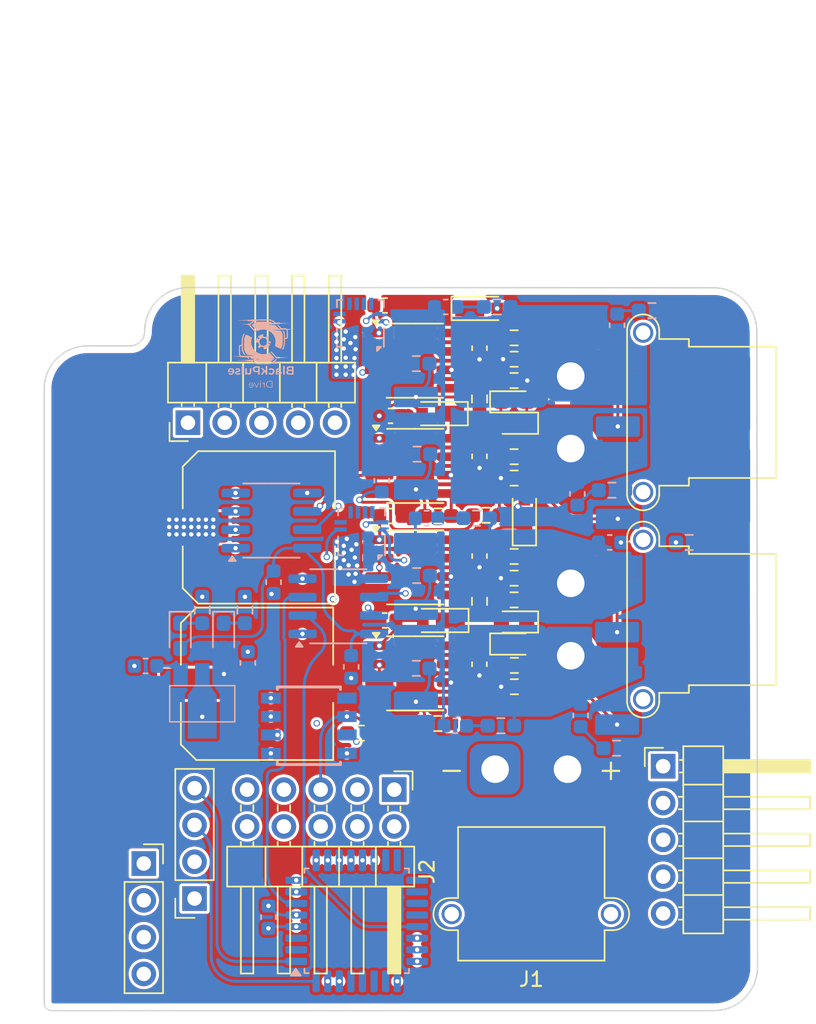
<source format=kicad_pcb>
(kicad_pcb (version 20241229) (generator "pcbnew") (generator_version "9.0")
  (layers (0 "F.Cu" signal) (4 "In1.Cu" signal) (6 "In2.Cu" signal) (2 "B.Cu" signal) (13 "F.Paste" user) (15 "B.Paste" user) (5 "F.SilkS" user "F.Silkscreen") (7 "B.SilkS" user "B.Silkscreen") (1 "F.Mask" user) (3 "B.Mask" user) (25 "Edge.Cuts" user))
  (net 0 "")
  (net 1 "GND")
  (net 2 "VCC")
  (net 3 "Net-(D1-K)")
  (net 4 "ch1_2")
  (net 5 "ch2_2")
  (net 6 "Net-(D2-K)")
  (net 7 "Net-(D3-K)")
  (net 8 "ch1_1")
  (net 9 "ch2_1")
  (net 10 "Net-(D4-K)")
  (net 11 "Net-(Q1-G)")
  (net 12 "Net-(Q2-G)")
  (net 13 "Net-(Q3-G)")
  (net 14 "Net-(Q4-G)")
  (net 15 "Net-(Q5-G)")
  (net 16 "Net-(Q6-G)")
  (net 17 "Net-(Q7-G)")
  (net 18 "Net-(Q8-G)")
  (net 19 "Net-(U1-LO)")
  (net 20 "Net-(U1-HO)")
  (net 21 "Net-(U2-OUTA)")
  (net 22 "Net-(U2-OUTB)")
  (net 23 "Net-(U3-HO)")
  (net 24 "Net-(U3-LO)")
  (net 25 "Net-(U8-HO)")
  (net 26 "Net-(U8-LO)")
  (net 27 "Net-(U8-HIN)")
  (net 28 "Net-(U7-HO)")
  (net 29 "Net-(U7-LO)")
  (net 30 "Net-(U1-HIN)")
  (net 31 "GND1")
  (net 32 "+3V3")
  (net 38 "Net-(D9-K)")
  (net 39 "Net-(Q2-S)")
  (net 40 "Net-(Q4-S)")
  (net 46 "cur_1")
  (net 47 "+5V")
  (net 48 "LED1")
  (net 49 "cur_2")
  (net 50 "Net-(D10-A)")
  (net 51 "Net-(C15-Pad2)")
  (net 52 "Net-(C16-Pad2)")
  (net 53 "Net-(C17-Pad2)")
  (net 54 "Net-(C18-Pad2)")
  (net 55 "Net-(C19-Pad2)")
  (net 56 "Net-(C20-Pad2)")
  (net 57 "Net-(C21-Pad2)")
  (net 58 "Net-(C22-Pad2)")
  (net 59 "Net-(D5-A)")
  (net 60 "Net-(D7-K)")
  (net 61 "Net-(D10-K)")
  (net 62 "DIO")
  (net 63 "cLK")
  (net 68 "Encoder1_A")
  (net 69 "Encoder2_B")
  (net 70 "PWM1_2")
  (net 71 "Encoder2_A")
  (net 72 "PWM2_1")
  (net 73 "PWM1_1")
  (net 74 "TX")
  (net 75 "RX")
  (net 76 "PWM2_2")
  (net 77 "SCL")
  (net 78 "SDA")
  (net 79 "Encoder1_B")
  (net 80 "CAN_TX")
  (net 81 "CAN_RX")
  (net 83 "cur_3")
  (net 86 "cur_4")
  (net 95 "CAN_H")
  (net 96 "CAN_L")
  (footprint "Connector_AMASS:AMASS_XT30PW-F_1x02_P2.50mm_Horizontal" (layer "F.Cu") (at 190.8067 129.6162 -90)
    (property "Reference" "J4" (hide yes))
    (property "Value" "Conn_01x02_Pin" (hide yes))
  )
  (footprint "Resistor_SMD:R_0603_1608Metric_Pad0.98x0.95mm_HandSolder" (layer "F.Cu") (at 181.6373 124.968 180)
    (property "Reference" "R12" (hide yes))
    (property "Value" "10" (hide yes))
  )
  (footprint "Connector_PinSocket_2.54mm:PinSocket_1x04_P2.54mm_Vertical" (layer "F.Cu") (at 161.315 148.9556)
    (property "Reference" "J7" (hide yes))
    (property "Value" "Conn_01x04_Pin" (hide yes))
  )
  (footprint "LED_SMD:LED_0603_1608Metric_Pad1.05x0.95mm_HandSolder" (layer "F.Cu") (at 186.8932 133.8072)
    (property "Reference" "D6" (hide yes))
    (property "Value" "LED" (hide yes))
  )
  (footprint "Diode_SMD:D_MicroSMP_AK" (layer "F.Cu") (at 181.5607 117.9068 180)
    (property "Reference" "D4" (hide yes))
    (property "Value" "D" (hide yes))
  )
  (footprint "Resistor_SMD:R_0603_1608Metric_Pad0.98x0.95mm_HandSolder" (layer "F.Cu") (at 186.8951 129.2606 180)
    (property "Reference" "R10" (hide yes))
    (property "Value" "10" (hide yes))
  )
  (footprint "Resistor_SMD:R_0603_1608Metric_Pad0.98x0.95mm_HandSolder" (layer "F.Cu") (at 186.8932 114.1476 180)
    (property "Reference" "R16" (hide yes))
    (property "Value" "10" (hide yes))
  )
  (footprint "Capacitor_SMD:C_Elec_10x10.2" (layer "F.Cu") (at 169.1386 136.5504)
    (property "Reference" "C9" (hide yes))
    (property "Value" "C" (hide yes))
  )
  (footprint "Resistor_SMD:R_0603_1608Metric_Pad0.98x0.95mm_HandSolder" (layer "F.Cu") (at 186.8932 115.6208 180)
    (property "Reference" "R14" (hide yes))
    (property "Value" "R" (hide yes))
  )
  (footprint "Capacitor_SMD:C_0603_1608Metric" (layer "F.Cu") (at 184.5056 120.8532 -90)
    (property "Reference" "C8" (hide yes))
    (property "Value" "1u" (hide yes))
  )
  (footprint "Connector_PinHeader_2.54mm:PinHeader_1x05_P2.54mm_Horizontal" (layer "F.Cu") (at 164.3634 118.5326 90)
    (property "Reference" "J6" (hide yes))
    (property "Value" "Conn_01x05_Pin" (hide yes))
  )
  (footprint "Capacitor_SMD:C_0603_1608Metric" (layer "F.Cu") (at 184.5056 113.3856 -90)
    (property "Reference" "C4" (hide yes))
    (property "Value" "1u" (hide yes))
  )
  (footprint "Capacitor_SMD:C_0603_1608Metric" (layer "F.Cu") (at 184.5 135.2007 -90)
    (property "Reference" "C6" (hide yes))
    (property "Value" "1u" (hide yes))
  )
  (footprint "Capacitor_SMD:C_0603_1608Metric" (layer "F.Cu") (at 177.9543 132.1816 180)
    (property "Reference" "C7" (hide yes))
    (property "Value" "1u" (hide yes))
  )
  (footprint "Package_SO:SOIC-8_3.9x4.9mm_P1.27mm" (layer "F.Cu") (at 180.0625 121.5136)
    (property "Reference" "U7" (hide yes))
    (property "Value" "IRS2003" (hide yes))
  )
  (footprint "LED_SMD:LED_0603_1608Metric_Pad1.05x0.95mm_HandSolder" (layer "F.Cu") (at 186.8932 117.094)
    (property "Reference" "D7" (hide yes))
    (property "Value" "LED" (hide yes))
  )
  (footprint "Resistor_SMD:R_0603_1608Metric_Pad0.98x0.95mm_HandSolder" (layer "F.Cu") (at 186.8951 122.3518 180)
    (property "Reference" "R17" (hide yes))
    (property "Value" "10" (hide yes))
  )
  (footprint "Capacitor_SMD:C_0603_1608Metric" (layer "F.Cu") (at 178.3842 124.968)
    (property "Reference" "C1" (hide yes))
    (property "Value" "1u" (hide yes))
  )
  (footprint "Package_SO:SOIC-8_3.9x4.9mm_P1.27mm" (layer "F.Cu") (at 180.0352 114.2492)
    (property "Reference" "U3" (hide yes))
    (property "Value" "IRS2003" (hide yes))
  )
  (footprint "Resistor_SMD:R_0603_1608Metric_Pad0.98x0.95mm_HandSolder" (layer "F.Cu") (at 184.9628 124.9172 180)
    (property "Reference" "R27" (hide yes))
    (property "Value" "R" (hide yes))
  )
  (footprint "Capacitor_SMD:C_Elec_10x10.2" (layer "F.Cu") (at 169.2656 125.7554)
    (property "Reference" "C10" (hide yes))
    (property "Value" "C" (hide yes))
  )
  (footprint "Resistor_SMD:R_0603_1608Metric_Pad0.98x0.95mm_HandSolder" (layer "F.Cu") (at 184.5056 116.8908 -90)
    (property "Reference" "R6" (hide yes))
    (property "Value" "10" (hide yes))
  )
  (footprint "Resistor_SMD:R_0603_1608Metric_Pad0.98x0.95mm_HandSolder" (layer "F.Cu") (at 186.913 135.2804)
    (property "Reference" "R8" (hide yes))
    (property "Value" "10" (hide yes))
  )
  (footprint "Capacitor_SMD:C_0603_1608Metric" (layer "F.Cu") (at 184.5075 127.7366 -90)
    (property "Reference" "C2" (hide yes))
    (property "Value" "1u" (hide yes))
  )
  (footprint "Package_SO:SOIC-8_3.9x4.9mm_P1.27mm" (layer "F.Cu") (at 180.0625 128.5128)
    (property "Reference" "U1" (hide yes))
    (property "Value" "IRS2003" (hide yes))
  )
  (footprint "Diode_SMD:D_MicroSMP_AK" (layer "F.Cu") (at 181.6115 132.1816 180)
    (property "Reference" "D3" (hide yes))
    (property "Value" "D" (hide yes))
  )
  (footprint "Resistor_SMD:R_0603_1608Metric_Pad0.98x0.95mm_HandSolder" (layer "F.Cu") (at 186.913 136.7536 180)
    (property "Reference" "R4" (hide yes))
    (property "Value" "10k" (hide yes))
  )
  (footprint "Connector_AMASS:AMASS_XT30PW-M_1x02_P2.50mm_Horizontal" (layer "F.Cu") (at 185.5828 142.4454 180)
    (property "Reference" "J1")
    (property "Value" "Conn_01x02_Pin")
  )
  (footprint "Diode_SMD:D_MicroSMP_AK" (layer "F.Cu") (at 187.6044 124.8679 90)
    (property "Reference" "D1" (hide yes))
    (property "Value" "D" (hide yes))
  )
  (footprint "Resistor_SMD:R_0603_1608Metric_Pad0.98x0.95mm_HandSolder" (layer "F.Cu") (at 186.8932 130.7592 180)
    (property "Reference" "R13" (hide yes))
    (property "Value" "R" (hide yes))
  )
  (footprint "Capacitor_SMD:C_0603_1608Metric" (layer "F.Cu") (at 177.9778 110.4392)
    (property "Reference" "C3" (hide yes))
    (property "Value" "1u" (hide yes))
  )
  (footprint "Capacitor_SMD:C_0603_1608Metric" (layer "F.Cu") (at 178.3588 118.0592)
    (property "Reference" "C5" (hide yes))
    (property "Value" "1u" (hide yes))
  )
  (footprint "LED_SMD:LED_0603_1608Metric_Pad1.05x0.95mm_HandSolder" (layer "F.Cu") (at 186.8932 132.2832 180)
    (property "Reference" "D5" (hide yes))
    (property "Value" "LED" (hide yes))
  )
  (footprint "Package_SO:SOIC-8_3.9x4.9mm_P1.27mm" (layer "F.Cu") (at 180.0625 135.828)
    (property "Reference" "U8" (hide yes))
    (property "Value" "IRS2003" (hide yes))
  )
  (footprint "Connector_PinSocket_2.54mm:PinSocket_1x04_P2.54mm_Vertical" (layer "F.Cu") (at 164.821 151.374 180)
    (property "Reference" "J8" (hide yes))
    (property "Value" "Conn_01x04_Pin" (hide yes))
  )
  (footprint "Resistor_SMD:R_0603_1608Metric_Pad0.98x0.95mm_HandSolder" (layer "F.Cu") (at 186.8932 112.6744)
    (property "Reference" "R5" (hide yes))
    (property "Value" "10" (hide yes))
  )
  (footprint "Connector_PinHeader_2.54mm:PinHeader_1x05_P2.54mm_Horizontal" (layer "F.Cu") (at 197.1894 142.24)
    (property "Reference" "J5" (hide yes))
    (property "Value" "Conn_01x05_Pin" (hide yes))
  )
  (footprint "Resistor_SMD:R_0603_1608Metric_Pad0.98x0.95mm_HandSolder" (layer "F.Cu") (at 186.8951 127.762)
    (property "Reference" "R2" (hide yes))
    (property "Value" "10" (hide yes))
  )
  (footprint "Resistor_SMD:R_0603_1608Metric_Pad0.98x0.95mm_HandSolder" (layer "F.Cu") (at 186.8951 120.8786)
    (property "Reference" "R11" (hide yes))
    (property "Value" "10" (hide yes))
  )
  (footprint "Connector_AMASS:AMASS_XT30PW-F_1x02_P2.50mm_Horizontal" (layer "F.Cu") (at 190.8067 115.316 -90)
    (property "Reference" "J3" (hide yes))
    (property "Value" "Conn_01x02_Pin" (hide yes))
  )
  (footprint "Connector_PinHeader_2.54mm:PinHeader_2x05_P2.54mm_Horizontal" (layer "F.Cu") (at 178.6128 143.8554 -90)
    (property "Reference" "J2")
    (property "Value" "Conn_02x05_Odd_Even")
  )
  (footprint "Resistor_SMD:R_0603_1608Metric_Pad0.98x0.95mm_HandSolder" (layer "F.Cu") (at 181.6298 139.2901 180)
    (property "Reference" "R9" (hide yes))
    (property "Value" "10" (hide yes))
  )
  (footprint "Resistor_SMD:R_0603_1608Metric_Pad0.98x0.95mm_HandSolder" (layer "F.Cu") (at 184.5056 130.8608 -90)
    (property "Reference" "R1" (hide yes))
    (property "Value" "10" (hide yes))
  )
  (footprint "Resistor_SMD:R_0603_1608Metric_Pad0.98x0.95mm_HandSolder" (layer "F.Cu") (at 176.276 139.954)
    (property "Reference" "R29" (hide yes))
    (property "Value" "R" (hide yes))
  )
  (footprint "LED_SMD:LED_0603_1608Metric_Pad1.05x0.95mm_HandSolder" (layer "F.Cu") (at 186.8932 118.5672 180)
    (property "Reference" "D8" (hide yes))
    (property "Value" "LED" (hide yes))
  )
  (footprint "Diode_SMD:D_MicroSMP_AK" (layer "F.Cu") (at 184.7073 110.6424)
    (property "Reference" "D2" (hide yes))
    (property "Value" "D" (hide yes))
  )
  (footprint "jisaku:RD3L07BBG" (layer "B.Cu") (at 182.4926 114.4528 90)
    (property "Reference" "Q4" (hide yes))
    (property "Value" "~" (hide yes))
  )
  (footprint "LED_SMD:LED_0603_1608Metric_Pad1.05x0.95mm_HandSolder" (layer "B.Cu") (at 163.83 133.2375 -90)
    (property "Reference" "D10" (hide yes))
    (property "Value" "LED" (hide yes))
  )
  (footprint "Package_QFP:LQFP-32_7x7mm_P0.8mm" (layer "B.Cu") (at 176.022 152.908)
    (property "Reference" "U11" (hide yes))
    (property "Value" "STM32C092KBT6" (hide yes))
  )
  (footprint "jisaku:RD3L07BBG" (layer "B.Cu") (at 182.4926 120.8282 90)
    (property "Reference" "Q6" (hide yes))
    (property "Value" "~" (hide yes))
  )
  (footprint "Sensor_Current:Allegro_QFN-12-10-1EP_3x3mm_P0.5mm" (layer "B.Cu") (at 176.276 111.76 90)
    (property "Reference" "U6" (hide yes))
    (property "Value" "ACS711xEXLT-15AB" (hide yes))
  )
  (footprint "Resistor_SMD:R_0603_1608Metric_Pad0.98x0.95mm_HandSolder" (layer "B.Cu") (at 185.9788 139.446 180)
    (property "Reference" "R26" (hide yes))
    (property "Value" "R" (hide yes))
  )
  (footprint "Capacitor_SMD:C_0603_1608Metric" (layer "B.Cu") (at 182.1688 110.5408)
    (property "Reference" "C18" (hide yes))
    (property "Value" "C" (hide yes))
  )
  (footprint "Resistor_SMD:R_0603_1608Metric_Pad0.98x0.95mm_HandSolder" (layer "B.Cu") (at 193.6496 123.19 180)
    (property "Reference" "R28" (hide yes))
    (property "Value" "R" (hide yes))
  )
  (footprint "Capacitor_SMD:C_0603_1608Metric" (layer "B.Cu") (at 180.848 125.1204)
    (property "Reference" "C15" (hide yes))
    (property "Value" "C" (hide yes))
  )
  (footprint "_gazou:drive" (layer "B.Cu") (at 169.5196 113.4364 180)
    (property "Reference" "G***" (hide yes))
    (property "Value" "LOGO" (hide yes))
  )
  (footprint "Capacitor_SMD:C_0603_1608Metric" (layer "B.Cu") (at 194.0052 111.8108 90)
    (property "Reference" "C17" (hide yes))
    (property "Value" "C" (hide yes))
  )
  (footprint "jisaku:RD3L07BBG" (layer "B.Cu") (at 182.4926 135.484 90)
    (property "Reference" "Q7" (hide yes))
    (property "Value" "~" (hide yes))
  )
  (footprint "Resistor_SMD:R_0603_1608Metric_Pad0.98x0.95mm_HandSolder" (layer "B.Cu") (at 193.9798 140.9954 180)
    (property "Reference" "R25" (hide yes))
    (property "Value" "R" (hide yes))
  )
  (footprint "jisaku:RD3L07BBG" (layer "B.Cu") (at 196.4372 116.4848 90)
    (property "Reference" "Q3" (hide yes))
    (property "Value" "~" (hide yes))
  )
  (footprint "jisaku:SOT-89-3" (layer "B.Cu") (at 165.354 135.128 180)
    (property "Reference" "U5" (hide yes))
    (property "Value" "~" (hide yes))
  )
  (footprint "Capacitor_SMD:C_0603_1608Metric" (layer "B.Cu") (at 177.7492 122.5296 -90)
    (property "Reference" "C21" (hide yes))
    (property "Value" "C" (hide yes))
  )
  (footprint "Resistor_SMD:R_0603_1608Metric_Pad0.98x0.95mm_HandSolder" (layer "B.Cu") (at 196.4182 110.7948 180)
    (property "Reference" "R23" (hide yes))
    (property "Value" "R" (hide yes))
  )
  (footprint "Capacitor_SMD:C_0603_1608Metric" (layer "B.Cu") (at 175.641 135.382 -90)
    (property "Reference" "C14" (hide yes))
    (property "Value" "0.1u" (hide yes))
  )
  (footprint "jisaku:RD3L07BBG" (layer "B.Cu") (at 196.3864 130.6834 90)
    (property "Reference" "Q1" (hide yes))
    (property "Value" "~" (hide yes))
  )
  (footprint "jisaku:RD3L07BBG" (layer "B.Cu") (at 182.4926 129.134 90)
    (property "Reference" "Q2" (hide yes))
    (property "Value" "~" (hide yes))
  )
  (footprint "Capacitor_SMD:C_0603_1608Metric" (layer "B.Cu") (at 170.2816 129.54 -90)
    (property "Reference" "C13" (hide yes))
    (property "Value" "0.1u" (hide yes))
  )
  (footprint "Package_SO:SOIC-8_3.9x4.9mm_P1.27mm" (layer "B.Cu") (at 174.752 131.2022)
    (property "Reference" "U9" (hide yes))
    (property "Value" "SCM3723ASA" (hide yes))
  )
  (footprint "Resistor_SMD:R_0603_1608Metric_Pad0.98x0.95mm_HandSolder" (layer "B.Cu") (at 198.9836 126.7968 180)
    (property "Reference" "R22" (hide yes))
    (property "Value" "R" (hide yes))
  )
  (footprint "Resistor_SMD:R_0603_1608Metric_Pad0.98x0.95mm_HandSolder" (layer "B.Cu") (at 180.1895 120.7008)
    (property "Reference" "R18" (hide yes))
    (property "Value" "10" (hide yes))
  )
  (footprint "jisaku:SOP-J8" (layer "B.Cu") (at 172.72 139.446)
    (property "Reference" "U10" (hide yes))
    (property "Value" "BD4104" (hide yes))
  )
  (footprint "jisaku:RD3L07BBG" (layer "B.Cu") (at 196.4372 122.8602 90)
    (property "Reference" "Q5" (hide yes))
    (property "Value" "~" (hide yes))
  )
  (footprint "Capacitor_SMD:C_0603_1608Metric" (layer "B.Cu") (at 191.262 123.444 -90)
    (property "Reference" "C22" (hide yes))
    (property "Value" "C" (hide yes))
  )
  (footprint "Package_SO:SOIC-8_3.9x4.9mm_P1.27mm" (layer "B.Cu") (at 170.1292 125.284)
    (property "Reference" "U2" (hide yes))
    (property "Value" "SCM3723ASA" (hide yes))
  )
  (footprint "Resistor_SMD:R_0603_1608Metric_Pad0.98x0.95mm_HandSolder" (layer "B.Cu") (at 168.3004 131.4595 -90)
    (property "Reference" "R20" (hide yes))
    (property "Value" "R" (hide yes))
  )
  (footprint "_gazou:blackpulsedrive" (layer "B.Cu") (at 169.326662 116.133276 180)
    (property "Reference" "G***" (hide yes))
    (property "Value" "LOGO" (hide yes))
  )
  (footprint "Capacitor_SMD:C_0603_1608Metric" (layer "B.Cu") (at 182.8292 139.446)
    (property "Reference" "C20" (hide yes))
    (property "Value" "C" (hide yes))
  )
  (footprint "jisaku:RD3L07BBG" (layer "B.Cu") (at 196.3864 137.0588 90)
    (property "Reference" "Q8" (hide yes))
    (property "Value" "~" (hide yes))
  )
  (footprint "Capacitor_SMD:C_0603_1608Metric" (layer "B.Cu") (at 193.4972 126.7968)
    (property "Reference" "C16" (hide yes))
    (property "Value" "C" (hide yes))
  )
  (footprint "Sensor_Current:Allegro_QFN-12-10-1EP_3x3mm_P0.5mm" (layer "B.Cu") (at 176.3541 126.1364 90)
    (property "Reference" "U4" (hide yes))
    (property "Value" "ACS711xEXLT-15AB" (hide yes))
  )
  (footprint "Capacitor_SMD:C_0603_1608Metric" (layer "B.Cu") (at 161.4424 135.3203 180)
    (property "Reference" "C12" (hide yes))
    (property "Value" "0.1u" (hide yes))
  )
  (footprint "Capacitor_SMD:C_0603_1608Metric" (layer "B.Cu") (at 169.926 152.654 90)
    (property "Reference" "C24" (hide yes))
    (property "Value" "C" (hide yes))
  )
  (footprint "Capacitor_SMD:C_0603_1608Metric" (layer "B.Cu") (at 191.4906 138.7348 -90)
    (property "Reference" "C19" (hide yes))
    (property "Value" "C" (hide yes))
  )
  (footprint "Resistor_SMD:R_0603_1608Metric_Pad0.98x0.95mm_HandSolder" (layer "B.Cu") (at 180.1641 129.0828)
    (property "Reference" "R7" (hide yes))
    (property "Value" "10" (hide yes))
  )
  (footprint "Resistor_SMD:R_0603_1608Metric_Pad0.98x0.95mm_HandSolder" (layer "B.Cu") (at 165.354 131.4595 -90)
    (property "Reference" "R19" (hide yes))
    (property "Value" "R" (hide yes))
  )
  (footprint "Resistor_SMD:R_0603_1608Metric_Pad0.98x0.95mm_HandSolder" (layer "B.Cu") (at 184.3024 125.1204 180)
    (property "Reference" "R21" (hide yes))
    (property "Value" "R" (hide yes))
  )
  (footprint "Resistor_SMD:R_0603_1608Metric_Pad0.98x0.95mm_HandSolder" (layer "B.Cu") (at 180.1387 135.4836)
    (property "Reference" "R3" (hide yes))
    (property "Value" "10k" (hide yes))
  )
  (footprint "Capacitor_SMD:C_0603_1608Metric" (layer "B.Cu") (at 168.5036 135.1171 90)
    (property "Reference" "C11" (hide yes))
    (property "Value" "min0.33u" (hide yes))
  )
  (footprint "Resistor_SMD:R_0603_1608Metric_Pad0.98x0.95mm_HandSolder" (layer "B.Cu") (at 185.7248 110.5408 180)
    (property "Reference" "R24" (hide yes))
    (property "Value" "R" (hide yes))
  )
  (footprint "LED_SMD:LED_0603_1608Metric_Pad1.05x0.95mm_HandSolder" (layer "B.Cu") (at 166.8272 133.2375 -90)
    (property "Reference" "D9" (hide yes))
    (property "Value" "LED" (hide yes))
  )
  (footprint "Resistor_SMD:R_0603_1608Metric_Pad0.98x0.95mm_HandSolder" (layer "B.Cu") (at 180.1387 114.4524)
    (property "Reference" "R15" (hide yes))
    (property "Value" "10" (hide yes))
  )
  (gr_arc (start 200.66 109.217334) (mid 202.78132 110.096014) (end 203.66 112.217334) (stroke (width 0.1)) (layer "Edge.Cuts"))
  (gr_arc (start 161.377146 112.228987) (mid 162.257099 110.087072) (end 164.395601 109.198857) (stroke (width 0.1)) (layer "Edge.Cuts"))
  (gr_line (start 157.4292 113.230534) (end 160.365898 113.230534) (stroke (width 0.1)) (layer "Edge.Cuts"))
  (gr_line (start 154.4436 158.6056) (end 154.4436 115.936949) (stroke (width 0.1)) (layer "Edge.Cuts"))
  (gr_line (start 200.708 159.1056) (end 161.4436 159.1056) (stroke (width 0.1)) (layer "Edge.Cuts"))
  (gr_line (start 203.66 112.217334) (end 203.708 156.1056) (stroke (width 0.1)) (layer "Edge.Cuts"))
  (gr_line (start 164.3956 109.198857) (end 200.66 109.22) (stroke (width 0.1)) (layer "Edge.Cuts"))
  (gr_arc (start 161.377147 112.228987) (mid 161.083801 112.937188) (end 160.3756 113.230534) (stroke (width 0.1)) (layer "Edge.Cuts"))
  (gr_arc (start 203.708 156.1056) (mid 202.82932 158.22692) (end 200.708 159.1056) (stroke (width 0.1)) (layer "Edge.Cuts"))
  (gr_arc (start 154.4436 115.936949) (mid 155.41435 114.007838) (end 157.4292 113.230534) (stroke (width 0.1)) (layer "Edge.Cuts"))
  (gr_arc (start 154.9436 159.1056) (mid 154.590047 158.959153) (end 154.4436 158.6056) (stroke (width 0.1)) (layer "Edge.Cuts"))
  (gr_line (start 161.4436 159.1056) (end 154.9436 159.1056) (stroke (width 0.1)) (layer "Edge.Cuts"))
  (via (at 175.6664 127.3048) (size 0.45) (drill 0.3) (layers "F.Cu" "B.Cu") (net 1))
  (via (at 168.5036 134.3421) (size 0.45) (drill 0.3) (layers "F.Cu" "B.Cu") (net 1))
  (via (at 175.26 114.046) (size 0.45) (drill 0.3) (layers "F.Cu" "B.Cu") (net 1))
  (via (at 175.5902 113.03) (size 0.45) (drill 0.3) (layers "F.Cu" "B.Cu") (net 1))
  (via (at 174.625 112.4458) (size 0.45) (drill 0.3) (layers "F.Cu" "B.Cu") (net 1))
  (via (at 175.133 128.016) (size 0.45) (drill 0.3) (layers "F.Cu" "B.Cu") (net 1))
  (via (at 175.9458 128.9558) (size 0.45) (drill 0.3) (layers "F.Cu" "B.Cu") (net 1))
  (via (at 175.3362 126.5428) (size 0.45) (drill 0.3) (layers "F.Cu" "B.Cu") (net 1))
  (via (at 175.26 114.6556) (size 0.45) (drill 0.3) (layers "F.Cu" "B.Cu") (net 1))
  (via (at 175.133 127.508) (size 0.45) (drill 0.3) (layers "F.Cu" "B.Cu") (net 1))
  (via (at 176.0474 128.397) (size 0.45) (drill 0.3) (layers "F.Cu" "B.Cu") (net 1))
  (via (at 175.8696 114.0714) (size 0.45) (drill 0.3) (layers "F.Cu" "B.Cu") (net 1))
  (via (at 175.895 127.8382) (size 0.45) (drill 0.3) (layers "F.Cu" "B.Cu") (net 1))
  (via (at 174.625 114.681) (size 0.45) (drill 0.3) (layers "F.Cu" "B.Cu") (net 1))
  (via (at 165.354 130.547) (size 0.45) (drill 0.3) (layers "F.Cu" "B.Cu") (net 1))
  (via (at 168.3004 130.547) (size 0.45) (drill 0.3) (layers "F.Cu" "B.Cu") (net 1))
  (via (at 174.879 128.5494) (size 0.45) (drill 0.3) (layers "F.Cu" "B.Cu") (net 1))
  (via (at 175.9966 126.9238) (size 0.45) (drill 0.3) (layers "F.Cu" "B.Cu") (net 1))
  (via (at 165.354 138.828) (size 0.45) (drill 0.3) (layers "F.Cu" "B.Cu") (net 1))
  (via (at 174.625 115.2144) (size 0.45) (drill 0.3) (layers "F.Cu" "B.Cu") (net 1))
  (via (at 174.5996 127.8636) (size 0.45) (drill 0.3) (layers "F.Cu" "B.Cu") (net 1))
  (via (at 174.625 113.5126) (size 0.45) (drill 0.3) (layers "F.Cu" "B.Cu") (net 1))
  (via (at 175.133 113.411) (size 0.45) (drill 0.3) (layers "F.Cu" "B.Cu") (net 1))
  (via (at 174.6504 127.3048) (size 0.45) (drill 0.3) (layers "F.Cu" "B.Cu") (net 1))
  (via (at 175.4632 129.0066) (size 0.45) (drill 0.3) (layers "F.Cu" "B.Cu") (net 1))
  (via (at 175.8442 114.6556) (size 0.45) (drill 0.3) (layers "F.Cu" "B.Cu") (net 1))
  (via (at 160.6674 135.3203) (size 0.45) (drill 0.3) (layers "F.Cu" "B.Cu") (net 1))
  (via (at 175.641 136.157) (size 0.45) (drill 0.3) (layers "F.Cu" "B.Cu") (net 1))
  (via (at 170.1376 130.3528) (size 0.45) (drill 0.3) (layers "F.Cu" "B.Cu") (net 1))
  (via (at 175.4632 128.3716) (size 0.45) (drill 0.3) (layers "F.Cu" "B.Cu") (net 1))
  (via (at 175.133 112.776) (size 0.45) (drill 0.3) (layers "F.Cu" "B.Cu") (net 1))
  (via (at 175.799447 115.226075) (size 0.45) (drill 0.3) (layers "F.Cu" "B.Cu") (net 1))
  (via (at 175.26 112.2426) (size 0.45) (drill 0.3) (layers "F.Cu" "B.Cu") (net 1))
  (via (at 174.625 114.0714) (size 0.45) (drill 0.3) (layers "F.Cu" "B.Cu") (net 1))
  (via (at 175.133 127.0254) (size 0.45) (drill 0.3) (layers "F.Cu" "B.Cu") (net 1))
  (via (at 175.26 115.2144) (size 0.45) (drill 0.3) (layers "F.Cu" "B.Cu") (net 1))
  (via (at 175.9204 112.6236) (size 0.45) (drill 0.3) (layers "F.Cu" "B.Cu") (net 1))
  (via (at 174.625 112.9538) (size 0.45) (drill 0.3) (layers "F.Cu" "B.Cu") (net 1))
  (via (at 175.9458 113.4618) (size 0.45) (drill 0.3) (layers "F.Cu" "B.Cu") (net 1))
  (via (at 175.8696 129.5146) (size 0.45) (drill 0.3) (layers "F.Cu" "B.Cu") (net 1))
  (via (at 174.6504 126.746) (size 0.45) (drill 0.3) (layers "F.Cu" "B.Cu") (net 1))
  (via (at 172.6042 123.379) (size 0.45) (drill 0.3) (layers "F.Cu" "B.Cu") (net 1))
  (segment (start 170.202128 130.315) (end 170.2816 130.315) (width 0.2) (layer "B.Cu") (net 1))
  (segment (start 170.1376 130.3528) (end 170.1565 130.3339) (width 0.2) (layer "B.Cu") (net 1))
  (arc (start 170.202128 130.315) (mid 170.177434 130.319911) (end 170.1565 130.3339) (width 0.2) (layer "B.Cu") (net 1))
  (segment (start 177.2028 111.73408) (end 177.2028 110.4392) (width 0.2) (layer "F.Cu") (net 2))
  (segment (start 178.7293 132.3315) (end 178.7293 132.4814) (width 0.2) (layer "F.Cu") (net 2))
  (segment (start 178.517309 132.99319) (end 177.5875 133.923) (width 0.2) (layer "F.Cu") (net 2))
  (segment (start 187.6044 123.858999) (end 187.6044 123.8479) (width 0.2) (layer "F.Cu") (net 2))
  (segment (start 177.5602 112.3442) (end 177.3815 112.1655) (width 0.2) (layer "F.Cu") (net 2))
  (segment (start 178.8792 132.1816) (end 180.5915 132.1816) (width 0.2) (layer "F.Cu") (net 2))
  (segment (start 179.413326 117.2464) (end 178.96009 117.2464) (width 0.2) (layer "F.Cu") (net 2))
  (segment (start 180.6994 131.953) (end 180.6271 131.953) (width 0.2) (layer "F.Cu") (net 2))
  (segment (start 177.998151 117.644848) (end 177.5838 118.0592) (width 0.2) (layer "F.Cu") (net 2))
  (segment (start 177.5875 126.6078) (end 177.59835 126.59695) (width 0.2) (layer "F.Cu") (net 2))
  (segment (start 187.1516 124.322898) (end 187.596551 123.877946) (width 0.2) (layer "F.Cu") (net 2))
  (segment (start 180.2105 117.5766) (end 180.5407 117.9068) (width 0.2) (layer "F.Cu") (net 2))
  (segment (start 177.6092 126.570755) (end 177.6092 124.968) (width 0.2) (layer "F.Cu") (net 2))
  (via (at 165.1 125.222) (size 0.45) (drill 0.3) (layers "F.Cu" "B.Cu") (net 2))
  (via (at 163.068 125.73) (size 0.45) (drill 0.3) (layers "F.Cu" "B.Cu") (net 2))
  (via (at 163.576 125.73) (size 0.45) (drill 0.3) (layers "F.Cu" "B.Cu") (net 2))
  (via (at 177.5875 126.6078) (size 0.45) (drill 0.3) (layers "F.Cu" "B.Cu") (net 2))
  (via (at 166.116 125.73) (size 0.45) (drill 0.3) (layers "F.Cu" "B.Cu") (net 2))
  (via (at 165.608 126.238) (size 0.45) (drill 0.3) (layers "F.Cu" "B.Cu") (net 2))
  (via (at 165.608 125.73) (size 0.45) (drill 0.3) (layers "F.Cu" "B.Cu") (net 2))
  (via (at 163.576 126.238) (size 0.45) (drill 0.3) (layers "F.Cu" "B.Cu") (net 2))
  (via (at 163.576 125.222) (size 0.45) (drill 0.3) (layers "F.Cu" "B.Cu") (net 2))
  (via (at 164.592 125.222) (size 0.45) (drill 0.3) (layers "F.Cu" "B.Cu") (net 2))
  (via (at 166.854 135.878) (size 0.45) (drill 0.3) (layers "F.Cu" "B.Cu") (net 2))
  (via (at 163.068 125.222) (size 0.45) (drill 0.3) (layers "F.Cu" "B.Cu") (net 2))
  (via (at 177.5875 133.923) (size 0.45) (drill 0.3) (layers "F.Cu" "B.Cu") (net 2))
  (via (at 187.1516 124.322898) (size 0.45) (drill 0.3) (layers "F.Cu" "B.Cu") (net 2))
  (via (at 163.068 126.238) (size 0.45) (drill 0.3) (layers "F.Cu" "B.Cu") (net 2))
  (via (at 164.592 125.73) (size 0.45) (drill 0.3) (layers "F.Cu" "B.Cu") (net 2))
  (via (at 177.5875 119.6086) (size 0.45) (drill 0.3) (layers "F.Cu" "B.Cu") (net 2))
  (via (at 164.084 126.238) (size 0.45) (drill 0.3) (layers "F.Cu" "B.Cu") (net 2))
  (via (at 164.095604 125.219594) (size 0.45) (drill 0.3) (layers "F.Cu" "B.Cu") (net 2))
  (via (at 177.5602 112.3442) (size 0.45) (drill 0.3) (layers "F.Cu" "B.Cu") (net 2))
  (via (at 177.5838 118.0592) (size 0.45) (drill 0.3) (layers "F.Cu" "B.Cu") (net 2))
  (via (at 166.116 125.222) (size 0.45) (drill 0.3) (layers "F.Cu" "B.Cu") (net 2))
  (via (at 164.592 126.238) (size 0.45) (drill 0.3) (layers "F.Cu" "B.Cu") (net 2))
  (via (at 165.1 125.73) (size 0.45) (drill 0.3) (layers "F.Cu" "B.Cu") (net 2))
  (via (at 165.608 125.222) (size 0.45) (drill 0.3) (layers "F.Cu" "B.Cu") (net 2))
  (via (at 165.1 126.238) (size 0.45) (drill 0.3) (layers "F.Cu" "B.Cu") (net 2))
  (via (at 164.084 125.73) (size 0.45) (drill 0.3) (layers "F.Cu" "B.Cu") (net 2))
  (via (at 166.116 126.238) (size 0.45) (drill 0.3) (layers "F.Cu" "B.Cu") (net 2))
  (via (at 185.7248 110.6424) (size 0.45) (drill 0.3) (layers "F.Cu" "B.Cu") (net 2))
  (arc (start 187.6044 123.858999) (mid 187.60236 123.869253) (end 187.596551 123.877946) (width 0.2) (layer "F.Cu") (net 2))
  (arc (start 178.7293 132.3315) (mid 178.773204 132.225504) (end 178.8792 132.1816) (width 0.2) (layer "F.Cu") (net 2))
  (arc (start 178.517309 132.99319) (mid 178.674205 132.758378) (end 178.7293 132.4814) (width 0.2) (layer "F.Cu") (net 2))
  (arc (start 177.6092 126.570755) (mid 177.60638 126.584931) (end 177.59835 126.59695) (width 0.2) (layer "F.Cu") (net 2))
  (arc (start 179.413326 117.2464) (mid 179.844753 117.332216) (end 180.2105 117.5766) (width 0.2) (layer "F.Cu") (net 2))
  (arc (start 177.998151 117.644848) (mid 178.439492 117.349953) (end 178.96009 117.2464) (width 0.2) (layer "F.Cu") (net 2))
  (arc (start 177.2028 111.73408) (mid 177.249242 111.967562) (end 177.3815 112.1655) (width 0.2) (layer "F.Cu") (net 2))
  (segment (start 186.28469 125.7479) (end 187.6044 125.7479) (width 0.2) (layer "F.Cu") (net 3))
  (segment (start 184.684399 126.784699) (end 185.322751 126.146348) (width 0.2) (layer "F.Cu") (net 3))
  (segment (start 183.903525 126.6078) (end 182.5375 126.6078) (width 0.2) (layer "F.Cu") (net 3))
  (arc (start 184.3306 126.7847) (mid 184.134656 126.653774) (end 183.903525 126.6078) (width 0.2) (layer "F.Cu") (net 3))
  (arc (start 186.28469 125.7479) (mid 185.764092 125.851453) (end 185.322751 126.146348) (width 0.2) (layer "F.Cu") (net 3))
  (arc (start 184.3306 126.7847) (mid 184.507499 126.857974) (end 184.684399 126.784699) (width 0.2) (layer "F.Cu") (net 3))
  (segment (start 185.9826 129.2606) (end 186.14485 129.2606) (width 0.2) (layer "F.Cu") (net 4))
  (segment (start 187.8057 130.7592) (end 186.421828 129.375328) (width 0.2) (layer "F.Cu") (net 4))
  (segment (start 182.66505 129.1478) (end 182.5375 129.1478) (width 0.2) (layer "F.Cu") (net 4))
  (segment (start 189.51219 129.6162) (end 190.8067 129.6162) (width 0.2) (layer "F.Cu") (net 4))
  (segment (start 183.878661 128.5116) (end 184.5075 128.5116) (width 0.2) (layer "F.Cu") (net 4))
  (segment (start 187.8057 130.7592) (end 188.550251 130.014648) (width 0.2) (layer "F.Cu") (net 4))
  (segment (start 185.490315 128.768315) (end 185.9826 129.2606) (width 0.2) (layer "F.Cu") (net 4))
  (segment (start 182.882791 129.057608) (end 183.110699 128.829699) (width 0.2) (layer "F.Cu") (net 4))
  (segment (start 184.5075 128.5116) (end 184.87055 128.5116) (width 0.2) (layer "F.Cu") (net 4))
  (via (at 182.5375 129.1478) (size 0.45) (drill 0.3) (layers "F.Cu" "B.Cu") (net 4))
  (via (at 185.9826 129.2606) (size 0.45) (drill 0.3) (layers "F.Cu" "B.Cu") (net 4))
  (via (at 184.5075 128.5116) (size 0.45) (drill 0.3) (layers "F.Cu" "B.Cu") (net 4))
  (arc (start 185.490315 128.768315) (mid 185.205964 128.578318) (end 184.87055 128.5116) (width 0.2) (layer "F.Cu") (net 4))
  (arc (start 182.882791 129.057608) (mid 182.78289 129.124359) (end 182.66505 129.1478) (width 0.2) (layer "F.Cu") (net 4))
  (arc (start 186.14485 129.2606) (mid 186.294749 129.290416) (end 186.421828 129.375328) (width 0.2) (layer "F.Cu") (net 4))
  (arc (start 188.550251 130.014648) (mid 188.991592 129.719753) (end 189.51219 129.6162) (width 0.2) (layer "F.Cu") (net 4))
  (arc (start 183.878661 128.5116) (mid 183.463043 128.594271) (end 183.110699 128.829699) (width 0.2) (layer "F.Cu") (net 4))
  (segment (start 185.60675 128.76365) (end 185.9986 129.1555) (width 0.2) (layer "B.Cu") (net 4))
  (segment (start 185.2149 127.81764) (end 185.2149 125.1204) (width 0.2) (layer "B.Cu") (net 4))
  (arc (start 185.60675 128.76365) (mid 185.316738 128.329617) (end 185.2149 127.81764) (width 0.2) (layer "B.Cu") (net 4))
  (segment (start 184.5056 114.1606) (end 185.958507 114.1606) (width 0.2) (layer "F.Cu") (net 5))
  (segment (start 184.1438 114.5224) (end 184.5056 114.1606) (width 0.2) (layer "F.Cu") (net 5))
  (segment (start 187.8057 115.6208) (end 186.40367 114.21877) (width 0.2) (layer "F.Cu") (net 5))
  (segment (start 183.270337 114.8842) (end 182.5752 114.8842) (width 0.2) (layer "F.Cu") (net 5))
  (segment (start 188.326026 115.316) (end 190.8067 115.316) (width 0.2) (layer "F.Cu") (net 5))
  (segment (start 182.5752 114.8842) (end 182.5102 114.8842) (width 0.2) (layer "F.Cu") (net 5))
  (segment (start 186.23185 114.1476) (end 186.1312 114.1476) (width 0.2) (layer "F.Cu") (net 5))
  (segment (start 186.1312 114.1476) (end 185.989892 114.1476) (width 0.2) (layer "F.Cu") (net 5))
  (segment (start 187.9581 115.4684) (end 187.8057 115.6208) (width 0.2) (layer "F.Cu") (net 5))
  (via (at 187.8057 115.6208) (size 0.45) (drill 0.3) (layers "F.Cu" "B.Cu") (net 5))
  (via (at 182.5752 114.8842) (size 0.45) (drill 0.3) (layers "F.Cu" "B.Cu") (net 5))
  (via (at 186.1312 114.1476) (size 0.45) (drill 0.3) (layers "F.Cu" "B.Cu") (net 5))
  (via (at 184.5056 114.1606) (size 0.45) (drill 0.3) (layers "F.Cu" "B.Cu") (net 5))
  (arc (start 184.1438 114.5224) (mid 183.743051 114.790171) (end 183.270337 114.8842) (width 0.2) (layer "F.Cu") (net 5))
  (arc (start 185.9742 114.1541) (mid 185.967 114.15891) (end 185.958507 114.1606) (width 0.2) (layer "F.Cu") (net 5))
  (arc (start 186.23185 114.1476) (mid 186.324838 114.166096) (end 186.40367 114.21877) (width 0.2) (layer "F.Cu") (net 5))
  (arc (start 185.9742 114.1541) (mid 185.981399 114.149289) (end 185.989892 114.1476) (width 0.2) (layer "F.Cu") (net 5))
  (arc (start 187.9581 115.4684) (mid 188.126905 115.355607) (end 188.326026 115.316) (width 0.2) (layer "F.Cu") (net 5))
  (segment (start 194.0337 112.634452) (end 194.0337 114.2158) (width 0.2) (layer "B.Cu") (net 5))
  (segment (start 186.38425 113.89455) (end 186.1312 114.1476) (width 0.2) (layer "B.Cu") (net 5))
  (segment (start 194.01945 112.60005) (end 194.0052 112.5858) (width 0.2) (layer "B.Cu") (net 5))
  (segment (start 186.6373 113.283633) (end 186.6373 110.5408) (width 0.2) (layer "B.Cu") (net 5))
  (arc (start 186.38425 113.89455) (mid 186.571534 113.614258) (end 186.6373 113.283633) (width 0.2) (layer "B.Cu") (net 5))
  (arc (start 194.01945 112.60005) (mid 194.029996 112.615833) (end 194.0337 112.634452) (width 0.2) (layer "B.Cu") (net 5))
  (segment (start 184.3724 112.4774) (end 184.5056 112.6106) (width 0.2) (layer "F.Cu") (net 6))
  (segment (start 183.673327 111.231872) (end 182.561 112.3442) (width 0.2) (layer "F.Cu") (net 6))
  (segment (start 184.050826 112.3442) (end 182.5102 112.3442) (width 0.2) (layer "F.Cu") (net 6))
  (segment (start 183.8273 110.86015) (end 183.8273 110.6424) (width 0.2) (layer "F.Cu") (net 6))
  (arc (start 183.673327 111.231872) (mid 183.787283 111.061324) (end 183.8273 110.86015) (width 0.2) (layer "F.Cu") (net 6))
  (arc (start 184.050826 112.3442) (mid 184.22486 112.378817) (end 184.3724 112.4774) (width 0.2) (layer "F.Cu") (net 6))
  (segment (start 184.24865 134.17435) (end 184.5 134.4257) (width 0.2) (layer "F.Cu") (net 7))
  (segment (start 183.641837 133.923) (end 182.5375 133.923) (width 0.2) (layer "F.Cu") (net 7))
  (segment (start 182.4915 133.844473) (end 182.4915 132.1816) (width 0.2) (layer "F.Cu") (net 7))
  (arc (start 184.24865 134.17435) (mid 183.970241 133.988323) (end 183.641837 133.923) (width 0.2) (layer "F.Cu") (net 7))
  (arc (start 182.5145 133.9) (mid 182.539975 133.917022) (end 182.570026 133.923) (width 0.2) (layer "F.Cu") (net 7))
  (arc (start 182.5145 133.9) (mid 182.497477 133.874524) (end 182.4915 133.844473) (width 0.2) (layer "F.Cu") (net 7))
  (segment (start 187.5212 133.8072) (end 188.0152 133.8072) (width 0.2) (layer "F.Cu") (net 8))
  (segment (start 185.478077 136.231177) (end 186.0005 136.7536) (width 0.2) (layer "F.Cu") (net 8))
  (segment (start 186.423673 136.7536) (end 186.0005 136.7536) (width 0.2) (layer "F.Cu") (net 8))
  (segment (start 183.703975 136.183624) (end 183.66825 136.21935) (width 0.2) (layer "F.Cu") (net 8))
  (segment (start 182.5375 136.463) (end 183.080026 136.463) (width 0.2) (layer "F.Cu") (net 8))
  (segment (start 186.944 134.370886) (end 186.944 136.233273) (width 0.2) (layer "F.Cu") (net 8))
  (segment (start 184.5 135.9757) (end 184.20595 135.9757) (width 0.2) (layer "F.Cu") (net 8))
  (segment (start 184.5 135.9757) (end 184.8613 135.9757) (width 0.2) (layer "F.Cu") (net 8))
  (segment (start 188.0152 133.8072) (end 189.434209 133.8072) (width 0.2) (layer "F.Cu") (net 8))
  (segment (start 187.507686 133.8072) (end 187.5212 133.8072) (width 0.2) (layer "F.Cu") (net 8))
  (segment (start 187.7682 133.5602) (end 187.7682 132.2832) (width 0.2) (layer "F.Cu") (net 8))
  (segment (start 190.396148 134.205648) (end 190.8067 134.6162) (width 0.2) (layer "F.Cu") (net 8))
  (via (at 182.5375 136.463) (size 0.45) (drill 0.3) (layers "F.Cu" "B.Cu") (net 8))
  (via (at 184.5 135.9757) (size 0.45) (drill 0.3) (layers "F.Cu" "B.Cu") (net 8))
  (via (at 186.0005 136.7536) (size 0.45) (drill 0.3) (layers "F.Cu" "B.Cu") (net 8))
  (arc (start 190.396148 134.205648) (mid 189.954806 133.910753) (end 189.434209 133.8072) (width 0.2) (layer "F.Cu") (net 8))
  (arc (start 183.703975 136.183624) (mid 183.934283 136.029737) (end 184.20595 135.9757) (width 0.2) (layer "F.Cu") (net 8))
  (arc (start 187.7682 133.5602) (mid 187.695855 133.734855) (end 187.5212 133.8072) (width 0.2) (layer "F.Cu") (net 8))
  (arc (start 187.7682 133.5602) (mid 187.840544 133.734855) (end 188.0152 133.8072) (width 0.2) (layer "F.Cu") (net 8))
  (arc (start 186.944 136.233273) (mid 186.904392 136.432393) (end 186.7916 136.6012) (width 0.2) (layer "F.Cu") (net 8))
  (arc (start 186.423673 136.7536) (mid 186.622793 136.713992) (end 186.7916 136.6012) (width 0.2) (layer "F.Cu") (net 8))
  (arc (start 183.080026 136.463) (mid 183.39837 136.399677) (end 183.66825 136.21935) (width 0.2) (layer "F.Cu") (net 8))
  (arc (start 186.944 134.370886) (mid 186.986908 134.155172) (end 187.1091 133.9723) (width 0.2) (layer "F.Cu") (net 8))
  (arc (start 187.507686 133.8072) (mid 187.291972 133.850108) (end 187.1091 133.9723) (width 0.2) (layer "F.Cu") (net 8))
  (arc (start 185.478077 136.231177) (mid 185.195097 136.042096) (end 184.8613 135.9757) (width 0.2) (layer "F.Cu") (net 8))
  (segment (start 186.492851 135.999751) (end 185.9986 135.5055) (width 0.2) (layer "B.Cu") (net 8))
  (segment (start 186.8913 136.96169) (end 186.8913 139.446) (width 0.2) (layer "B.Cu") (net 8))
  (arc (start 186.8913 136.96169) (mid 186.787746 136.441092) (end 186.492851 135.999751) (width 0.2) (layer "B.Cu") (net 8))
  (segment (start 185.8753 122.534972) (end 185.8753 124.9172) (width 0.2) (layer "F.Cu") (net 9))
  (segment (start 183.662482 122.1486) (end 182.5375 122.1486) (width 0.2) (layer "F.Cu") (net 9))
  (segment (start 185.92895 122.40545) (end 185.9826 122.3518) (width 0.2) (layer "F.Cu") (net 9))
  (segment (start 188.494409 118.5672) (end 187.7682 118.5672) (width 0.2) (layer "F.Cu") (net 9))
  (segment (start 185.525367 121.894567) (end 185.9826 122.3518) (width 0.2) (layer "F.Cu") (net 9))
  (segment (start 184.5075 121.6536) (end 184.26 121.9011) (width 0.2) (layer "F.Cu") (net 9))
  (segment (start 189.456348 118.965648) (end 190.8067 120.316) (width 0.2) (layer "F.Cu") (net 9))
  (segment (start 187.7682 118.5672) (end 187.7682 117.094) (width 0.2) (layer "F.Cu") (net 9))
  (segment (start 184.8823 121.6282) (end 184.5056 121.6282) (width 0.2) (layer "F.Cu") (net 9))
  (via (at 182.5375 122.1486) (size 0.45) (drill 0.3) (layers "F.Cu" "B.Cu") (net 9))
  (via (at 184.5075 121.6536) (size 0.45) (drill 0.3) (layers "F.Cu" "B.Cu") (net 9))
  (via (at 185.9826 122.3518) (size 0.45) (drill 0.3) (layers "F.Cu" "B.Cu") (net 9))
  (arc (start 185.525367 121.894567) (mid 185.230325 121.697426) (end 184.8823 121.6282) (width 0.2) (layer "F.Cu") (net 9))
  (arc (start 185.92895 122.40545) (mid 185.889243 122.464875) (end 185.8753 122.534972) (width 0.2) (layer "F.Cu") (net 9))
  (arc (start 189.456348 118.965648) (mid 189.015006 118.670753) (end 188.494409 118.5672) (width 0.2) (layer "F.Cu") (net 9))
  (arc (start 184.26 121.9011) (mid 183.985856 122.084276) (end 183.662482 122.1486) (width 0.2) (layer "F.Cu") (net 9))
  (segment (start 182.5375 118.072047) (end 182.5375 119.6086) (width 0.2) (layer "F.Cu") (net 10))
  (segment (start 184.26 119.8561) (end 184.5075 120.1036) (width 0.2) (layer "F.Cu") (net 10))
  (segment (start 183.662482 119.6086) (end 182.5375 119.6086) (width 0.2) (layer "F.Cu") (net 10))
  (segment (start 182.4891 117.9552) (end 182.4407 117.9068) (width 0.2) (layer "F.Cu") (net 10))
  (arc (start 182.5375 118.072047) (mid 182.524921 118.00881) (end 182.4891 117.9552) (width 0.2) (layer "F.Cu") (net 10))
  (arc (start 184.26 119.8561) (mid 183.985856 119.672923) (end 183.662482 119.6086) (width 0.2) (layer "F.Cu") (net 10))
  (segment (start 187.8076 127.901158) (end 187.8076 129.2606) (width 0.2) (layer "F.Cu") (net 11))
  (segment (start 193.609451 128.102851) (end 193.470248 127.963648) (width 0.2) (layer "F.Cu") (net 11))
  (segment (start 194.0079 132.9894) (end 194.0079 129.06479) (width 0.2) (layer "F.Cu") (net 11))
  (segment (start 192.508309 127.5652) (end 188.143558 127.5652) (width 0.2) (layer "F.Cu") (net 11))
  (via (at 194.0079 132.9894) (size 0.45) (drill 0.3) (layers "F.Cu" "B.Cu") (net 11))
  (arc (start 192.508309 127.5652) (mid 193.028906 127.668753) (end 193.470248 127.963648) (width 0.2) (layer "F.Cu") (net 11))
  (arc (start 187.906 127.6636) (mid 188.014992 127.590773) (end 188.143558 127.5652) (width 0.2) (layer "F.Cu") (net 11))
  (arc (start 187.906 127.6636) (mid 187.833173 127.772592) (end 187.8076 127.901158) (width 0.2) (layer "F.Cu") (net 11))
  (arc (start 193.609451 128.102851) (mid 193.904346 128.544192) (end 194.0079 129.06479) (width 0.2) (layer "F.Cu") (net 11))
  (segment (start 184.28425 131.55195) (end 184.5056 131.7733) (width 0.2) (layer "F.Cu") (net 12))
  (segment (start 180.115835 131.348852) (end 180.097583 131.367105) (width 0.2) (layer "F.Cu") (net 12))
  (segment (start 180.1599 131.3306) (end 183.749863 131.3306) (width 0.2) (layer "F.Cu") (net 12))
  (via (at 180.097583 131.367105) (size 0.45) (drill 0.3) (layers "F.Cu" "B.Cu") (net 12))
  (arc (start 184.28425 131.55195) (mid 184.039071 131.388126) (end 183.749863 131.3306) (width 0.2) (layer "F.Cu") (net 12))
  (arc (start 180.1599 131.3306) (mid 180.136052 131.335343) (end 180.115835 131.348852) (width 0.2) (layer "F.Cu") (net 12))
  (segment (start 180.678151 130.875948) (end 180.1141 131.44) (width 0.2) (layer "B.Cu") (net 12))
  (segment (start 181.0766 129.914009) (end 181.0766 129.0828) (width 0.2) (layer "B.Cu") (net 12))
  (arc (start 181.0766 129.914009) (mid 180.973046 130.434606) (end 180.678151 130.875948) (width 0.2) (layer "B.Cu") (net 12))
  (segment (start 194.0587 115.656868) (end 194.0587 118.7908) (width 0.2) (layer "F.Cu") (net 13))
  (segment (start 187.8057 112.6744) (end 187.8057 114.1476) (width 0.2) (layer "F.Cu") (net 13))
  (segment (start 193.660251 114.694929) (end 192.03817 113.072848) (width 0.2) (layer "F.Cu") (net 13))
  (segment (start 187.8057 112.6744) (end 191.076231 112.6744) (width 0.2) (layer "F.Cu") (net 13))
  (via (at 194.0587 118.7908) (size 0.45) (drill 0.3) (layers "F.Cu" "B.Cu") (net 13))
  (arc (start 194.0587 115.656868) (mid 193.955146 115.13627) (end 193.660251 114.694929) (width 0.2) (layer "F.Cu") (net 13))
  (arc (start 191.076231 112.6744) (mid 191.596828 112.777953) (end 192.03817 113.072848) (width 0.2) (layer "F.Cu") (net 13))
  (segment (start 182.897609 116.7588) (end 180.1141 116.7588) (width 0.2) (layer "F.Cu") (net 14))
  (segment (start 183.859548 117.157248) (end 184.5056 117.8033) (width 0.2) (layer "F.Cu") (net 14))
  (via (at 180.1141 116.7588) (size 0.45) (drill 0.3) (layers "F.Cu" "B.Cu") (net 14))
  (arc (start 182.897609 116.7588) (mid 183.418206 116.862353) (end 183.859548 117.157248) (width 0.2) (layer "F.Cu") (net 14))
  (segment (start 181.0512 115.258209) (end 181.0512 114.4524) (width 0.2) (layer "B.Cu") (net 14))
  (segment (start 180.652751 116.220148) (end 180.1141 116.7588) (width 0.2) (layer "B.Cu") (net 14))
  (arc (start 180.652751 116.220148) (mid 180.947646 115.778806) (end 181.0512 115.258209) (width 0.2) (layer "B.Cu") (net 14))
  (segment (start 187.8076 122.3518) (end 187.8076 120.8786) (width 0.2) (layer "F.Cu") (net 15))
  (segment (start 190.223551 124.767751) (end 187.8076 122.3518) (width 0.2) (layer "F.Cu") (net 15))
  (segment (start 194.0587 125.1662) (end 191.18549 125.1662) (width 0.2) (layer "F.Cu") (net 15))
  (via (at 194.0587 125.1662) (size 0.45) (drill 0.3) (layers "F.Cu" "B.Cu") (net 15))
  (arc (start 191.18549 125.1662) (mid 190.664892 125.062646) (end 190.223551 124.767751) (width 0.2) (layer "F.Cu") (net 15))
  (segment (start 180.7248 124.17673) (end 180.7248 124.968) (width 0.2) (layer "F.Cu") (net 16))
  (segment (start 180.41945 123.43955) (end 180.1141 123.1342) (width 0.2) (layer "F.Cu") (net 16))
  (via (at 180.1141 123.1342) (size 0.45) (drill 0.3) (layers "F.Cu" "B.Cu") (net 16))
  (arc (start 180.7248 124.17673) (mid 180.645442 123.777771) (end 180.41945 123.43955) (width 0.2) (layer "F.Cu") (net 16))
  (segment (start 181.102 121.582809) (end 181.102 120.7008) (width 0.2) (layer "B.Cu") (net 16))
  (segment (start 180.703551 122.544748) (end 180.1141 123.1342) (width 0.2) (layer "B.Cu") (net 16))
  (arc (start 180.703551 122.544748) (mid 180.998446 122.103406) (end 181.102 121.582809) (width 0.2) (layer "B.Cu") (net 16))
  (segment (start 180.4157 138.0916) (end 180.1141 137.79) (width 0.2) (layer "F.Cu") (net 17))
  (segment (start 180.7173 138.819726) (end 180.7173 139.2901) (width 0.2) (layer "F.Cu") (net 17))
  (via (at 180.1141 137.79) (size 0.45) (drill 0.3) (layers "F.Cu" "B.Cu") (net 17))
  (arc (start 180.4157 138.0916) (mid 180.638916 138.425667) (end 180.7173 138.819726) (width 0.2) (layer "F.Cu") (net 17))
  (segment (start 181.0512 136.289409) (end 181.0512 135.4836) (width 0.2) (layer "B.Cu") (net 17))
  (segment (start 180.652751 137.251348) (end 180.1141 137.79) (width 0.2) (layer "B.Cu") (net 17))
  (arc (start 180.652751 137.251348) (mid 180.947646 136.810006) (end 181.0512 136.289409) (width 0.2) (layer "B.Cu") (net 17))
  (segment (start 187.8255 136.7536) (end 190.833209 136.7536) (width 0.2) (layer "F.Cu") (net 18))
  (segment (start 191.795148 137.152048) (end 194.0079 139.3648) (width 0.2) (layer "F.Cu") (net 18))
  (segment (start 187.8255 136.7536) (end 187.8255 135.2804) (width 0.2) (layer "F.Cu") (net 18))
  (via (at 194.0079 139.3648) (size 0.45) (drill 0.3) (layers "F.Cu" "B.Cu") (net 18))
  (arc (start 190.833209 136.7536) (mid 191.353806 136.857153) (end 191.795148 137.152048) (width 0.2) (layer "F.Cu") (net 18))
  (segment (start 184.27085 130.18305) (end 184.5056 129.9483) (width 0.2) (layer "F.Cu") (net 19))
  (segment (start 183.704113 130.4178) (end 182.5375 130.4178) (width 0.2) (layer "F.Cu") (net 19))
  (arc (start 184.27085 130.18305) (mid 184.010828 130.35679) (end 183.704113 130.4178) (width 0.2) (layer "F.Cu") (net 19))
  (segment (start 182.735182 127.762) (end 185.9826 127.762) (width 0.2) (layer "F.Cu") (net 20))
  (segment (start 182.5954 127.8199) (end 182.5375 127.8778) (width 0.2) (layer "F.Cu") (net 20))
  (arc (start 182.735182 127.762) (mid 182.659532 127.777047) (end 182.5954 127.8199) (width 0.2) (layer "F.Cu") (net 20))
  (segment (start 177.256676 115.062) (end 176.4284 115.062) (width 0.2) (layer "F.Cu") (net 21))
  (segment (start 177.5602 114.758476) (end 177.5602 113.6142) (width 0.2) (layer "F.Cu") (net 21))
  (via (at 176.4284 115.062) (size 0.45) (drill 0.3) (layers "F.Cu" "B.Cu") (net 21))
  (via (at 174.752 124.2804) (size 0.45) (drill 0.3) (layers "F.Cu" "B.Cu") (net 21))
  (arc (start 177.4713 114.9731) (mid 177.372829 115.038895) (end 177.256676 115.062) (width 0.2) (layer "F.Cu") (net 21))
  (arc (start 177.4713 114.9731) (mid 177.537095 114.874629) (end 177.5602 114.758476) (width 0.2) (layer "F.Cu") (net 21))
  (segment (start 172.8588 125.919) (end 172.6042 125.919) (width 0.2) (layer "B.Cu") (net 21))
  (segment (start 174.752 124.2804) (end 173.293429 125.73897) (width 0.2) (layer "B.Cu") (net 21))
  (arc (start 172.8588 125.919) (mid 173.094019 125.872211) (end 173.293429 125.73897) (width 0.2) (layer "B.Cu") (net 21))
  (segment (start 174.915991 122.846408) (end 173.482 124.2804) (width 0.2) (layer "F.Cu") (net 22))
  (segment (start 177.5875 122.1486) (end 176.60065 122.1486) (width 0.2) (layer "F.Cu") (net 22))
  (segment (start 177.5875 122.1486) (end 177.5875 120.8786) (width 0.2) (layer "F.Cu") (net 22))
  (via (at 173.482 124.2804) (size 0.45) (drill 0.3) (layers "F.Cu" "B.Cu") (net 22))
  (arc (start 174.915991 122.846408) (mid 175.688919 122.329954) (end 176.60065 122.1486) (width 0.2) (layer "F.Cu") (net 22))
  (segment (start 173.293429 124.46897) (end 173.482 124.2804) (width 0.2) (layer "B.Cu") (net 22))
  (segment (start 172.8588 124.649) (end 172.6042 124.649) (width 0.2) (layer "B.Cu") (net 22))
  (arc (start 172.8588 124.649) (mid 173.094019 124.602211) (end 173.293429 124.46897) (width 0.2) (layer "B.Cu") (net 22))
  (segment (start 184.790505 113.3716) (end 182.924344 113.3716) (width 0.2) (layer "F.Cu") (net 23))
  (segment (start 185.6321 113.023) (end 185.9807 112.6744) (width 0.2) (layer "F.Cu") (net 23))
  (segment (start 182.6315 113.4929) (end 182.5102 113.6142) (width 0.2) (layer "F.Cu") (net 23))
  (arc (start 184.790505 113.3716) (mid 185.245972 113.281001) (end 185.6321 113.023) (width 0.2) (layer "F.Cu") (net 23))
  (arc (start 182.6315 113.4929) (mid 182.765857 113.403124) (end 182.924344 113.3716) (width 0.2) (layer "F.Cu") (net 23))
  (segment (start 184.205319 116.1542) (end 182.5102 116.1542) (width 0.2) (layer "F.Cu") (net 24))
  (segment (start 184.41765 116.06625) (end 184.5056 115.9783) (width 0.2) (layer "F.Cu") (net 24))
  (arc (start 184.41765 116.06625) (mid 184.320231 116.131342) (end 184.205319 116.1542) (width 0.2) (layer "F.Cu") (net 24))
  (segment (start 185.851298 135.193) (end 182.5375 135.193) (width 0.2) (layer "F.Cu") (net 25))
  (segment (start 185.9568 135.2367) (end 186.0005 135.2804) (width 0.2) (layer "F.Cu") (net 25))
  (arc (start 185.9568 135.2367) (mid 185.908395 135.204357) (end 185.851298 135.193) (width 0.2) (layer "F.Cu") (net 25))
  (segment (start 182.5423 137.741194) (end 182.5423 139.2901) (width 0.2) (layer "F.Cu") (net 26))
  (segment (start 182.5399 137.7354) (end 182.5375 137.733) (width 0.2) (layer "F.Cu") (net 26))
  (arc (start 182.5423 137.741194) (mid 182.541676 137.738058) (end 182.5399 137.7354) (width 0.2) (layer "F.Cu") (net 26))
  (segment (start 177.5875 135.255) (end 177.5875 136.463) (width 0.2) (layer "F.Cu") (net 27))
  (segment (start 177.5875 135.255) (end 177.5875 135.193) (width 0.2) (layer "F.Cu") (net 27))
  (via (at 179.3885 130.309) (size 0.45) (drill 0.3) (layers "F.Cu" "B.Cu") (net 27))
  (via (at 177.5875 135.255) (size 0.45) (drill 0.3) (layers "F.Cu" "B.Cu") (net 27))
  (segment (start 177.3561 130.4381) (end 177.227 130.5672) (width 0.2) (layer "B.Cu") (net 27))
  (segment (start 177.667774 130.309) (end 179.3885 130.309) (width 0.2) (layer "B.Cu") (net 27))
  (arc (start 177.3561 130.4381) (mid 177.499097 130.342551) (end 177.667774 130.309) (width 0.2) (layer "B.Cu") (net 27))
  (segment (start 182.5375 120.8786) (end 185.9826 120.8786) (width 0.2) (layer "F.Cu") (net 28))
  (segment (start 182.54365 123.42475) (end 182.5375 123.4186) (width 0.2) (layer "F.Cu") (net 29))
  (segment (start 182.5498 123.439597) (end 182.5498 124.968) (width 0.2) (layer "F.Cu") (net 29))
  (arc (start 182.54365 123.42475) (mid 182.548201 123.431561) (end 182.5498 123.439597) (width 0.2) (layer "F.Cu") (net 29))
  (segment (start 177.5875 129.1478) (end 177.5875 127.8778) (width 0.2) (layer "F.Cu") (net 30))
  (segment (start 177.5875 129.1478) (end 177.5875 128.524) (width 0.2) (layer "F.Cu") (net 30))
  (via (at 177.5875 128.524) (size 0.45) (drill 0.3) (layers "F.Cu" "B.Cu") (net 30))
  (via (at 176.804267 131.298709) (size 0.45) (drill 0.3) (layers "F.Cu" "B.Cu") (net 30))
  (segment (start 177.227 131.779321) (end 177.227 131.8372) (width 0.2) (layer "B.Cu") (net 30))
  (segment (start 176.804267 131.298709) (end 177.186073 131.680515) (width 0.2) (layer "B.Cu") (net 30))
  (arc (start 177.186073 131.680515) (mid 177.216363 131.725847) (end 177.227 131.779321) (width 0.2) (layer "B.Cu") (net 30))
  (via (at 170.545999 140.081) (size 0.45) (drill 0.3) (layers "F.Cu" "B.Cu") (net 31))
  (via (at 167.6542 123.379) (size 0.45) (drill 0.3) (layers "F.Cu" "B.Cu") (net 31))
  (via (at 173.952823 127.798922) (size 0.45) (drill 0.3) (layers "F.Cu" "B.Cu") (net 31))
  (via (at 175.345001 141.351) (size 0.45) (drill 0.3) (layers "F.Cu" "B.Cu") (net 31))
  (via (at 171.847 152.508) (size 0.45) (drill 0.3) (layers "F.Cu" "B.Cu") (net 31))
  (via (at 169.926 151.879) (size 0.45) (drill 0.3) (layers "F.Cu" "B.Cu") (net 31))
  (via (at 172.277 129.2972) (size 0.45) (drill 0.3) (layers "F.Cu" "B.Cu") (net 31))
  (via (at 174.826 111.605002) (size 0.45) (drill 0.3) (layers "F.Cu" "B.Cu") (net 31))
  (segment (start 170.99977 152.508) (end 171.847 152.508) (width 0.2) (layer "B.Cu") (net 31))
  (segment (start 174.7666 125.9064) (end 174.9041 125.9064) (width 0.2) (layer "B.Cu") (net 31))
  (segment (start 174.531872 126.003627) (end 174.290961 126.244538) (width 0.2) (layer "B.Cu") (net 31))
  (segment (start 173.952823 127.060877) (end 173.952823 127.798922) (width 0.2) (layer "B.Cu") (net 31))
  (segment (start 170.2405 152.1935) (end 169.926 151.879) (width 0.2) (layer "B.Cu") (net 31))
  (arc (start 173.952823 127.060877) (mid 174.040702 126.619077) (end 174.290961 126.244538) (width 0.2) (layer "B.Cu") (net 31))
  (arc (start 170.99977 152.508) (mid 170.588856 152.426264) (end 170.2405 152.1935) (width 0.2) (layer "B.Cu") (net 31))
  (arc (start 174.7666 125.9064) (mid 174.639566 125.931668) (end 174.531872 126.003627) (width 0.2) (layer "B.Cu") (net 31))
  (via (at 178.054 111.605002) (size 0.45) (drill 0.3) (layers "F.Cu" "B.Cu") (net 32))
  (via (at 174.388 130.7084) (size 0.45) (drill 0.3) (layers "F.Cu" "B.Cu") (net 32))
  (via (at 173.261868 139.276669) (size 0.45) (drill 0.3) (layers "F.Cu" "B.Cu") (net 32))
  (via (at 169.926 153.429) (size 0.45) (drill 0.3) (layers "F.Cu" "B.Cu") (net 32))
  (via (at 171.847 153.308) (size 0.45) (drill 0.3) (layers "F.Cu" "B.Cu") (net 32))
  (via (at 179.2902 128.021) (size 0.45) (drill 0.3) (layers "F.Cu" "B.Cu") (net 32))
  (segment (start 169.9865 153.3685) (end 169.926 153.429) (width 0.2) (layer "B.Cu") (net 32))
  (segment (start 179.2902 128.021) (end 178.761737 128.021) (width 0.2) (layer "B.Cu") (net 32))
  (segment (start 170.132559 153.308) (end 171.847 153.308) (width 0.2) (layer "B.Cu") (net 32))
  (segment (start 177.925963 111.53) (end 177.726 111.53) (width 0.2) (layer "B.Cu") (net 32))
  (segment (start 178.04785 126.15015) (end 177.8041 125.9064) (width 0.2) (layer "B.Cu") (net 32))
  (segment (start 178.2916 126.738614) (end 178.2916 127.550862) (width 0.2) (layer "B.Cu") (net 32))
  (segment (start 178.016499 111.567501) (end 178.054 111.605002) (width 0.2) (layer "B.Cu") (net 32))
  (arc (start 178.761737 128.021) (mid 178.581823 127.985212) (end 178.4293 127.8833) (width 0.2) (layer "B.Cu") (net 32))
  (arc (start 178.016499 111.567501) (mid 177.97496 111.539746) (end 177.925963 111.53) (width 0.2) (layer "B.Cu") (net 32))
  (arc (start 178.2916 126.738614) (mid 178.228251 126.420139) (end 178.04785 126.15015) (width 0.2) (layer "B.Cu") (net 32))
  (arc (start 178.2916 127.550862) (mid 178.327387 127.730776) (end 178.4293 127.8833) (width 0.2) (layer "B.Cu") (net 32))
  (arc (start 170.132559 153.308) (mid 170.053512 153.323723) (end 169.9865 153.3685) (width 0.2) (layer "B.Cu") (net 32))
  (segment (start 168.29565 132.36725) (end 168.3004 132.372) (width 0.2) (layer "B.Cu") (net 38))
  (segment (start 168.284182 132.3625) (end 166.8272 132.3625) (width 0.2) (layer "B.Cu") (net 38))
  (arc (start 168.284182 132.3625) (mid 168.290388 132.363734) (end 168.29565 132.36725) (width 0.2) (layer "B.Cu") (net 38))
  (segment (start 180.073 126.837515) (end 180.073 125.1204) (width 0.2) (layer "B.Cu") (net 39))
  (segment (start 181.613051 134.738951) (end 180.0891 133.215) (width 0.2) (layer "B.Cu") (net 39))
  (segment (start 182.0115 135.70089) (end 182.0115 139.373106) (width 0.2) (layer "B.Cu") (net 39))
  (segment (start 182.03285 139.42465) (end 182.0542 139.446) (width 0.2) (layer "B.Cu") (net 39))
  (segment (start 180.08105 126.85695) (end 180.0891 126.865) (width 0.2) (layer "B.Cu") (net 39))
  (arc (start 182.0115 135.70089) (mid 181.907946 135.180292) (end 181.613051 134.738951) (width 0.2) (layer "B.Cu") (net 39))
  (arc (start 180.08105 126.85695) (mid 180.075092 126.848033) (end 180.073 126.837515) (width 0.2) (layer "B.Cu") (net 39))
  (arc (start 182.03285 139.42465) (mid 182.017048 139.401001) (end 182.0115 139.373106) (width 0.2) (layer "B.Cu") (net 39))
  (segment (start 181.274192 110.998707) (end 180.0891 112.1838) (width 0.2) (layer "B.Cu") (net 40))
  (segment (start 181.3938 110.70995) (end 181.3938 110.5408) (width 0.2) (layer "B.Cu") (net 40))
  (arc (start 181.3938 110.70995) (mid 181.362714 110.866224) (end 181.274192 110.998707) (width 0.2) (layer "B.Cu") (net 40))
  (via (at 174.822 148.733) (size 0.45) (drill 0.3) (layers "F.Cu" "B.Cu") (net 46))
  (via (at 176.657 125.556402) (size 0.45) (drill 0.3) (layers "F.Cu" "B.Cu") (net 46))
  (segment (start 177.759715 125.4324) (end 176.868684 125.4324) (width 0.2) (layer "B.Cu") (net 46))
  (segment (start 177.7911 125.4194) (end 177.8041 125.4064) (width 0.2) (layer "B.Cu") (net 46))
  (segment (start 176.719001 125.494401) (end 176.657 125.556402) (width 0.2) (layer "B.Cu") (net 46))
  (arc (start 176.719001 125.494401) (mid 176.787676 125.448513) (end 176.868684 125.4324) (width 0.2) (layer "B.Cu") (net 46))
  (arc (start 177.759715 125.4324) (mid 177.7767 125.429021) (end 177.7911 125.4194) (width 0.2) (layer "B.Cu") (net 46))
  (via (at 170.094999 138.811) (size 0.45) (drill 0.3) (layers "F.Cu" "B.Cu") (net 47))
  (via (at 172.277 133.1072) (size 0.45) (drill 0.3) (layers "F.Cu" "B.Cu") (net 47))
  (via (at 167.6542 127.189) (size 0.45) (drill 0.3) (layers "F.Cu" "B.Cu") (net 47))
  (via (at 176.6778 111.506) (size 0.45) (drill 0.3) (layers "F.Cu" "B.Cu") (net 49))
  (via (at 175.622 148.733) (size 0.45) (drill 0.3) (layers "F.Cu" "B.Cu") (net 49))
  (segment (start 176.902496 111.281303) (end 176.6778 111.506) (width 0.2) (layer "B.Cu") (net 49))
  (segment (start 177.642351 111.079) (end 177.3909 111.079) (width 0.2) (layer "B.Cu") (net 49))
  (segment (start 177.7015 111.0545) (end 177.726 111.03) (width 0.2) (layer "B.Cu") (net 49))
  (arc (start 176.902496 111.281303) (mid 177.126577 111.131576) (end 177.3909 111.079) (width 0.2) (layer "B.Cu") (net 49))
  (arc (start 177.642351 111.079) (mid 177.674362 111.072632) (end 177.7015 111.0545) (width 0.2) (layer "B.Cu") (net 49))
  (segment (start 175.835242 132.899519) (end 175.841961 132.906238) (width 0.2) (layer "B.Cu") (net 50))
  (segment (start 173.7106 130.957709) (end 173.7106 129.158889) (width 0.2) (layer "B.Cu") (net 50))
  (segment (start 165.21949 133.2865) (end 168.683969 133.2865) (width 0.2) (layer "B.Cu") (net 50))
  (segment (start 173.312151 128.19695) (end 172.710265 127.595064) (width 0.2) (layer "B.Cu") (net 50))
  (segment (start 174.818334 132.628934) (end 174.109048 131.919648) (width 0.2) (layer "B.Cu") (net 50))
  (segment (start 169.5056 130.089714) (end 169.5056 132.464869) (width 0.2) (layer "B.Cu") (net 50))
  (segment (start 170.227234 128.819365) (end 169.893599 129.152999) (width 0.2) (layer "B.Cu") (net 50))
  (segment (start 164.257551 133.684948) (end 163.83 134.1125) (width 0.2) (layer "B.Cu") (net 50))
  (segment (start 162.918917 135.3203) (end 162.2174 135.3203) (width 0.2) (layer "B.Cu") (net 50))
  (segment (start 172.4542 127.189) (end 171.303132 127.189) (width 0.2) (layer "B.Cu") (net 50))
  (segment (start 176.327125 133.1072) (end 177.227 133.1072) (width 0.2) (layer "B.Cu") (net 50))
  (segment (start 175.455361 132.8928) (end 175.81902 132.8928) (width 0.2) (layer "B.Cu") (net 50))
  (segment (start 170.2816 128.688116) (end 170.2816 128.841884) (width 0.2) (layer "B.Cu") (net 50))
  (segment (start 170.2816 128.688116) (end 170.2816 128.210532) (width 0.2) (layer "B.Cu") (net 50))
  (segment (start 175.641 133.793325) (end 175.641 134.607) (width 0.2) (layer "B.Cu") (net 50))
  (segment (start 163.56315 135.58715) (end 163.854 135.878) (width 0.2) (layer "B.Cu") (net 50))
  (arc (start 175.835242 132.899519) (mid 175.827799 132.894546) (end 175.81902 132.8928) (width 0.2) (layer "B.Cu") (net 50))
  (arc (start 163.563149 135.053449) (mid 163.452616 135.320299) (end 163.56315 135.58715) (width 0.2) (layer "B.Cu") (net 50))
  (arc (start 175.841961 132.906238) (mid 175.925202 133.107199) (end 175.841961 133.308161) (width 0.2) (layer "B.Cu") (net 50))
  (arc (start 174.818334 132.628934) (mid 175.110604 132.824223) (end 175.455361 132.8928) (width 0.2) (layer "B.Cu") (net 50))
  (arc (start 169.5056 130.089714) (mid 169.606437 129.582767) (end 169.893599 129.152999) (width 0.2) (layer "B.Cu") (net 50))
  (arc (start 172.4542 127.189) (mid 172.560266 127.232933) (end 172.6042 127.338999) (width 0.2) (layer "B.Cu") (net 50))
  (arc (start 173.312151 128.19695) (mid 173.607046 128.638291) (end 173.7106 129.158889) (width 0.2) (layer "B.Cu") (net 50))
  (arc (start 175.641 133.793325) (mid 175.693228 133.530756) (end 175.841961 133.308161) (width 0.2) (layer "B.Cu") (net 50))
  (arc (start 169.26495 133.04585) (mid 168.998393 133.223957) (end 168.683969 133.2865) (width 0.2) (layer "B.Cu") (net 50))
  (arc (start 170.227234 128.819365) (mid 170.26747 128.759147) (end 170.2816 128.688116) (width 0.2) (layer "B.Cu") (net 50))
  (arc (start 163.563149 135.053449) (mid 163.267573 135.250947) (end 162.918917 135.3203) (width 0.2) (layer "B.Cu") (net 50))
  (arc (start 170.227234 128.819365) (mid 170.26194 128.812461) (end 170.2816 128.841884) (width 0.2) (layer "B.Cu") (net 50))
  (arc (start 165.21949 133.2865) (mid 164.698892 133.390053) (end 164.257551 133.684948) (width 0.2) (layer "B.Cu") (net 50))
  (arc (start 169.26495 133.04585) (mid 169.443057 132.779293) (end 169.5056 132.464869) (width 0.2) (layer "B.Cu") (net 50))
  (arc (start 163.56315 135.58715) (mid 163.267573 135.389652) (end 162.918917 135.3203) (width 0.2) (layer "B.Cu") (net 50))
  (arc (start 174.109048 131.919648) (mid 173.814153 131.478306) (end 173.7106 130.957709) (width 0.2) (layer "B.Cu") (net 50))
  (arc (start 170.2816 128.210532) (mid 170.359359 127.819608) (end 170.5808 127.4882) (width 0.2) (layer "B.Cu") (net 50))
  (arc (start 172.6042 127.338999) (mid 172.631765 127.47758) (end 172.710265 127.595064) (width 0.2) (layer "B.Cu") (net 50))
  (arc (start 175.841961 133.308161) (mid 176.064556 133.159428) (end 176.327125 133.1072) (width 0.2) (layer "B.Cu") (net 50))
  (arc (start 171.303132 127.189) (mid 170.912208 127.266759) (end 170.5808 127.4882) (width 0.2) (layer "B.Cu") (net 50))
  (arc (start 175.841961 132.906238) (mid 176.064556 133.054971) (end 176.327125 133.1072) (width 0.2) (layer "B.Cu") (net 50))
  (segment (start 183.3899 125.1204) (end 181.623 125.1204) (width 0.2) (layer "B.Cu") (net 51))
  (via (at 194.2722 126.7968) (size 0.45) (drill 0.3) (layers "F.Cu" "B.Cu") (net 52))
  (via (at 198.0711 126.7968) (size 0.45) (drill 0.3) (layers "F.Cu" "B.Cu") (net 52))
  (segment (start 194.1257 110.9153) (end 194.0052 111.0358) (width 0.2) (layer "B.Cu") (net 53))
  (segment (start 194.416612 110.7948) (end 195.5057 110.7948) (width 0.2) (layer "B.Cu") (net 53))
  (arc (start 194.416612 110.7948) (mid 194.259171 110.826116) (end 194.1257 110.9153) (width 0.2) (layer "B.Cu") (net 53))
  (segment (start 184.8123 110.5408) (end 182.9438 110.5408) (width 0.2) (layer "B.Cu") (net 54))
  (segment (start 193.02175 140.9954) (end 193.0673 140.9954) (width 0.2) (layer "B.Cu") (net 55))
  (segment (start 192.943991 140.963191) (end 191.4906 139.5098) (width 0.2) (layer "B.Cu") (net 55))
  (arc (start 192.943991 140.963191) (mid 192.979667 140.987029) (end 193.02175 140.9954) (width 0.2) (layer "B.Cu") (net 55))
  (segment (start 183.6042 139.446) (end 185.0663 139.446) (width 0.2) (layer "B.Cu") (net 56))
  (segment (start 184.025302 125.369073) (end 184.036718 125.326481) (width 0.2) (layer "F.Cu") (net 57))
  (segment (start 176.360273 123.986253) (end 176.411125 124.007326) (width 0.2) (layer "F.Cu") (net 57))
  (segment (start 183.807177 125.716132) (end 183.823262 125.700714) (width 0.2) (layer "F.Cu") (net 57))
  (segment (start 183.273534 125.9078) (end 178.834775 125.9078) (width 0.2) (layer "F.Cu") (net 57))
  (segment (start 176.519197 124.0196) (end 178.126326 124.0196) (width 0.2) (layer "F.Cu") (net 57))
  (segment (start 183.936299 125.568858) (end 183.95835 125.530674) (width 0.2) (layer "F.Cu") (net 57))
  (segment (start 183.720399 125.781744) (end 183.750644 125.761533) (width 0.2) (layer "F.Cu") (net 57))
  (segment (start 183.454066 125.892068) (end 183.418389 125.899165) (width 0.2) (layer "F.Cu") (net 57))
  (segment (start 184.0503 125.151529) (end 184.0503 124.9172) (width 0.2) (layer "F.Cu") (net 57))
  (segment (start 183.88382 125.639029) (end 183.863133 125.66077) (width 0.2) (layer "F.Cu") (net 57))
  (segment (start 178.3602 124.253473) (end 178.3602 125.433224) (width 0.2) (layer "F.Cu") (net 57))
  (segment (start 176.275165 123.918518) (end 176.213045 123.856398) (width 0.2) (layer "F.Cu") (net 57))
  (via (at 176.213045 123.856398) (size 0.45) (drill 0.3) (layers "F.Cu" "B.Cu") (net 57))
  (arc (start 178.3602 124.253473) (mid 178.342397 124.163973) (end 178.2917 124.0881) (width 0.2) (layer "F.Cu") (net 57))
  (arc (start 178.834775 125.9078) (mid 178.653163 125.871675) (end 178.4992 125.7688) (width 0.2) (layer "F.Cu") (net 57))
  (arc (start 183.720399 125.781744) (mid 183.658209 125.81902) (end 183.592665 125.850021) (width 0.2) (layer "F.Cu") (net 57))
  (arc (start 183.418389 125.899165) (mid 183.382522 125.904679) (end 183.346311 125.907033) (width 0.2) (layer "F.Cu") (net 57))
  (arc (start 183.273534 125.9078) (mid 183.309924 125.907608) (end 183.346311 125.907033) (width 0.2) (layer "F.Cu") (net 57))
  (arc (start 183.454066 125.892068) (mid 183.524398 125.874449) (end 183.592665 125.850021) (width 0.2) (layer "F.Cu") (net 57))
  (arc (start 176.464112 124.018737) (mid 176.491651 124.019384) (end 176.519197 124.0196) (width 0.2) (layer "F.Cu") (net 57))
  (arc (start 176.360273 123.986253) (mid 176.336173 123.973613) (end 176.314734 123.956853) (width 0.2) (layer "F.Cu") (net 57))
  (arc (start 184.04922 125.239757) (mid 184.050029 125.195646) (end 184.0503 125.151529) (width 0.2) (layer "F.Cu") (net 57))
  (arc (start 184.025302 125.369073) (mid 183.997122 125.452067) (end 183.95835 125.530674) (width 0.2) (layer "F.Cu") (net 57))
  (arc (start 183.807177 125.716132) (mid 183.779905 125.740071) (end 183.750644 125.761533) (width 0.2) (layer "F.Cu") (net 57))
  (arc (start 183.936299 125.568858) (mid 183.91214 125.605499) (end 183.88382 125.639029) (width 0.2) (layer "F.Cu") (net 57))
  (arc (start 176.314734 123.956853) (mid 176.294797 123.937842) (end 176.275165 123.918518) (width 0.2) (layer "F.Cu") (net 57))
  (arc (start 184.04922 125.239757) (mid 184.045545 125.28349) (end 184.036718 125.326481) (width 0.2) (layer "F.Cu") (net 57))
  (arc (start 183.843428 125.680971) (mid 183.833397 125.690896) (end 183.823262 125.700714) (width 0.2) (layer "F.Cu") (net 57))
  (arc (start 183.843428 125.680971) (mid 183.853343 125.670931) (end 183.863133 125.66077) (width 0.2) (layer "F.Cu") (net 57))
  (arc (start 178.3602 125.433224) (mid 178.396324 125.614836) (end 178.4992 125.7688) (width 0.2) (layer "F.Cu") (net 57))
  (arc (start 178.126326 124.0196) (mid 178.215825 124.037402) (end 178.2917 124.0881) (width 0.2) (layer "F.Cu") (net 57))
  (arc (start 176.464112 124.018737) (mid 176.437101 124.015432) (end 176.411125 124.007326) (width 0.2) (layer "F.Cu") (net 57))
  (segment (start 177.155023 123.3046) (end 177.7492 123.3046) (width 0.2) (layer "B.Cu") (net 57))
  (segment (start 176.488944 123.580499) (end 176.213045 123.856398) (width 0.2) (layer "B.Cu") (net 57))
  (arc (start 176.488944 123.580499) (mid 176.794543 123.376303) (end 177.155023 123.3046) (width 0.2) (layer "B.Cu") (net 57))
  (segment (start 192.133279 123.34772) (end 191.262 124.219) (width 0.2) (layer "B.Cu") (net 58))
  (segment (start 192.51405 123.19) (end 192.7371 123.19) (width 0.2) (layer "B.Cu") (net 58))
  (arc (start 192.133279 123.34772) (mid 192.307978 123.23099) (end 192.51405 123.19) (width 0.2) (layer "B.Cu") (net 58))
  (segment (start 186.0182 130.823216) (end 186.0182 133.8072) (width 0.2) (layer "F.Cu") (net 59))
  (segment (start 185.99945 130.77795) (end 185.9807 130.7592) (width 0.2) (layer "F.Cu") (net 59))
  (arc (start 185.99945 130.77795) (mid 186.013327 130.798718) (end 186.0182 130.823216) (width 0.2) (layer "F.Cu") (net 59))
  (segment (start 185.99945 118.54845) (end 186.0182 118.5672) (width 0.2) (layer "F.Cu") (net 60))
  (segment (start 185.9807 118.503183) (end 185.9807 115.6208) (width 0.2) (layer "F.Cu") (net 60))
  (arc (start 185.9807 118.503183) (mid 185.985572 118.527681) (end 185.99945 118.54845) (width 0.2) (layer "F.Cu") (net 60))
  (segment (start 163.846217 132.372) (end 165.354 132.372) (width 0.2) (layer "B.Cu") (net 61))
  (segment (start 163.83475 132.36725) (end 163.83 132.3625) (width 0.2) (layer "B.Cu") (net 61))
  (arc (start 163.83475 132.36725) (mid 163.840011 132.370765) (end 163.846217 132.372) (width 0.2) (layer "B.Cu") (net 61))
  (via (at 180.197 155.708) (size 0.45) (drill 0.3) (layers "F.Cu" "B.Cu") (net 62))
  (via (at 178.822 157.083) (size 0.45) (drill 0.3) (layers "F.Cu" "B.Cu") (net 63))
  (via (at 171.847 150.908) (size 0.45) (drill 0.3) (layers "F.Cu" "B.Cu") (net 68))
  (via (at 177.222 148.733) (size 0.45) (drill 0.3) (layers "F.Cu" "B.Cu") (net 69))
  (segment (start 171.001 133.398671) (end 171.001 131.08104) (width 0.2) (layer "B.Cu") (net 70))
  (segment (start 171.472 151.708) (end 171.847 151.708) (width 0.2) (layer "B.Cu") (net 70))
  (segment (start 170.831836 151.442835) (end 170.4694 151.080399) (width 0.2) (layer "B.Cu") (net 70))
  (segment (start 170.417178 142.5194) (end 170.245701 142.5194) (width 0.2) (layer "B.Cu") (net 70))
  (segment (start 169.8418 142.923301) (end 169.8418 149.565237) (width 0.2) (layer "B.Cu") (net 70))
  (segment (start 171.51484 130.5672) (end 172.277 130.5672) (width 0.2) (layer "B.Cu") (net 70))
  (segment (start 171.070999 133.567663) (end 171.070999 141.865579) (width 0.2) (layer "B.Cu") (net 70))
  (arc (start 171.070999 133.567663) (mid 171.061902 133.521934) (end 171.035999 133.483167) (width 0.2) (layer "B.Cu") (net 70))
  (arc (start 169.9601 142.6377) (mid 169.872545 142.768734) (end 169.8418 142.923301) (width 0.2) (layer "B.Cu") (net 70))
  (arc (start 169.9601 142.6377) (mid 170.091134 142.550145) (end 170.245701 142.5194) (width 0.2) (layer "B.Cu") (net 70))
  (arc (start 170.879499 142.3279) (mid 171.021229 142.115785) (end 171.070999 141.865579) (width 0.2) (layer "B.Cu") (net 70))
  (arc (start 170.417178 142.5194) (mid 170.667384 142.46963) (end 170.879499 142.3279) (width 0.2) (layer "B.Cu") (net 70))
  (arc (start 171.1515 130.7177) (mid 171.040113 130.884402) (end 171.001 131.08104) (width 0.2) (layer "B.Cu") (net 70))
  (arc (start 170.831836 151.442835) (mid 171.125545 151.639085) (end 171.472 151.708) (width 0.2) (layer "B.Cu") (net 70))
  (arc (start 171.1515 130.7177) (mid 171.318202 130.606313) (end 171.51484 130.5672) (width 0.2) (layer "B.Cu") (net 70))
  (arc (start 171.001 133.398671) (mid 171.010095 133.4444) (end 171.035999 133.483167) (width 0.2) (layer "B.Cu") (net 70))
  (arc (start 169.8418 149.565237) (mid 170.004907 150.385237) (end 170.4694 151.080399) (width 0.2) (layer "B.Cu") (net 70))
  (via (at 176.422 148.733) (size 0.45) (drill 0.3) (layers "F.Cu" "B.Cu") (net 71))
  (via (at 173.222 148.733) (size 0.45) (drill 0.3) (layers "F.Cu" "B.Cu") (net 72))
  (via (at 167.6542 125.919) (size 0.45) (drill 0.3) (layers "F.Cu" "B.Cu") (net 72))
  (segment (start 172.3818 136.911248) (end 172.3818 148.723391) (width 0.2) (layer "B.Cu") (net 73))
  (segment (start 172.780248 149.68533) (end 176.004469 152.909551) (width 0.2) (layer "B.Cu") (net 73))
  (segment (start 172.450484 131.8372) (end 172.277 131.8372) (width 0.2) (layer "B.Cu") (net 73))
  (segment (start 173.3637 134.540732) (end 173.484784 134.419648) (width 0.2) (layer "B.Cu") (net 73))
  (segment (start 172.746639 131.959871) (end 173.484784 132.698016) (width 0.2) (layer "B.Cu") (net 73))
  (segment (start 176.966408 153.308) (end 180.197 153.308) (width 0.2) (layer "B.Cu") (net 73))
  (arc (start 172.780248 149.68533) (mid 172.485353 149.243988) (end 172.3818 148.723391) (width 0.2) (layer "B.Cu") (net 73))
  (arc (start 173.3637 134.540732) (mid 172.636987 135.628334) (end 172.3818 136.911248) (width 0.2) (layer "B.Cu") (net 73))
  (arc (start 173.484784 134.419648) (mid 173.841345 133.558832) (end 173.484784 132.698016) (width 0.2) (layer "B.Cu") (net 73))
  (arc (start 172.450484 131.8372) (mid 172.610762 131.869081) (end 172.746639 131.959871) (width 0.2) (layer "B.Cu") (net 73))
  (arc (start 176.966408 153.308) (mid 176.44581 153.204446) (end 176.004469 152.909551) (width 0.2) (layer "B.Cu") (net 73))
  (via (at 174.822 157.083) (size 0.45) (drill 0.3) (layers "F.Cu" "B.Cu") (net 74))
  (via (at 174.022 157.083) (size 0.45) (drill 0.3) (layers "F.Cu" "B.Cu") (net 75))
  (via (at 167.6542 124.649) (size 0.45) (drill 0.3) (layers "F.Cu" "B.Cu") (net 76))
  (via (at 174.022 148.733) (size 0.45) (drill 0.3) (layers "F.Cu" "B.Cu") (net 76))
  (segment (start 165.3965 146.8695) (end 164.821 146.294) (width 0.2) (layer "B.Cu") (net 77))
  (segment (start 165.972 155.346872) (end 165.972 148.258879) (width 0.2) (layer "B.Cu") (net 77))
  (segment (start 167.708127 157.083) (end 173.222 157.083) (width 0.2) (layer "B.Cu") (net 77))
  (arc (start 165.972 148.258879) (mid 165.822432 147.506952) (end 165.3965 146.8695) (width 0.2) (layer "B.Cu") (net 77))
  (arc (start 165.972 155.346872) (mid 166.104154 156.011259) (end 166.4805 156.5745) (width 0.2) (layer "B.Cu") (net 77))
  (arc (start 167.708127 157.083) (mid 167.04374 156.950845) (end 166.4805 156.5745) (width 0.2) (layer "B.Cu") (net 77))
  (segment (start 166.373 146.403429) (end 166.373 154.402063) (width 0.2) (layer "B.Cu") (net 78))
  (segment (start 167.678936 155.708) (end 171.847 155.708) (width 0.2) (layer "B.Cu") (net 78))
  (segment (start 165.597 144.53) (end 164.821 143.754) (width 0.2) (layer "B.Cu") (net 78))
  (arc (start 167.678936 155.708) (mid 167.179176 155.608591) (end 166.7555 155.3255) (width 0.2) (layer "B.Cu") (net 78))
  (arc (start 165.597 144.53) (mid 166.171324 145.389536) (end 166.373 146.403429) (width 0.2) (layer "B.Cu") (net 78))
  (arc (start 166.7555 155.3255) (mid 166.472408 154.901823) (end 166.373 154.402063) (width 0.2) (layer "B.Cu") (net 78))
  (via (at 171.847 150.108) (size 0.45) (drill 0.3) (layers "F.Cu" "B.Cu") (net 79))
  (via (at 180.197 154.908) (size 0.45) (drill 0.3) (layers "F.Cu" "B.Cu") (net 80))
  (via (at 170.094999 141.351) (size 0.45) (drill 0.3) (layers "F.Cu" "B.Cu") (net 80))
  (via (at 170.094999 137.541) (size 0.45) (drill 0.3) (layers "F.Cu" "B.Cu") (net 81))
  (via (at 180.197 154.108) (size 0.45) (drill 0.3) (layers "F.Cu" "B.Cu") (net 81))
  (segment (start 175.386251 139.954) (end 175.3635 139.954) (width 0.2) (layer "F.Cu") (net 95))
  (segment (start 176.001 140.545998) (end 175.425089 139.970087) (width 0.2) (layer "F.Cu") (net 95))
  (via (at 176.001 140.545998) (size 0.45) (drill 0.3) (layers "F.Cu" "B.Cu") (net 95))
  (arc (start 175.386251 139.954) (mid 175.40727 139.95818) (end 175.425089 139.970087) (width 0.2) (layer "F.Cu") (net 95))
  (segment (start 175.345001 138.811) (end 175.69525 138.811) (width 0.2) (layer "F.Cu") (net 96))
  (segment (start 176.293163 139.058663) (end 177.1885 139.954) (width 0.2) (layer "F.Cu") (net 96))
  (via (at 175.345001 138.811) (size 0.45) (drill 0.3) (layers "F.Cu" "B.Cu") (net 96))
  (arc (start 175.69525 138.811) (mid 176.018838 138.875365) (end 176.293163 139.058663) (width 0.2) (layer "F.Cu") (net 96))
  (segment (start 174.160641 139.120358) (end 174.0014 139.2796) (width 0.2) (layer "B.Cu") (net 96))
  (segment (start 174.907501 138.811) (end 175.345001 138.811) (width 0.2) (layer "B.Cu") (net 96))
  (segment (start 173.5328 140.410902) (end 173.5328 143.8554) (width 0.2) (layer "B.Cu") (net 96))
  (arc (start 173.5328 140.410902) (mid 173.654585 139.798645) (end 174.0014 139.2796) (width 0.2) (layer "B.Cu") (net 96))
  (arc (start 174.907501 138.811) (mid 174.503303 138.891399) (end 174.160641 139.120358) (width 0.2) (layer "B.Cu") (net 96))
  (zone (net 1) (net_name "GND") (layer "F.Cu") (priority 1) (connect_pads (clearance 0)) (min_thickness 0.25) (fill yes (thermal_gap 0) (thermal_bridge_width 100))
    (polygon (pts (xy 151.627629 89.6112) (xy 205.232 89.6112) (xy 205.232 159.816031) (xy 151.384 160.02)))
  )
  (zone (net 8) (net_name "ch1_1") (layer "B.Cu") (priority 10) (connect_pads (clearance 0)) (min_thickness 0.25) (fill yes (thermal_gap 0) (thermal_bridge_width 100))
    (polygon (pts (xy 182.374843 132.463795) (xy 192.306243 132.489195) (xy 192.433243 133.911595) (xy 195.735243 134.063995) (xy 195.709843 136.121395) (xy 189.410643 138.813795) (xy 182.324043 138.813795)))
  )
  (zone (net 2) (net_name "VCC") (layer "B.Cu") (connect_pads (clearance 0)) (min_thickness 0.25) (fill yes (thermal_gap 0) (thermal_bridge_width 100))
    (polygon (pts (xy 151.628508 89.3572) (xy 205.232 89.3572) (xy 205.232 159.816031) (xy 151.384 160.02)))
  )
  (zone (net 39) (net_name "Net-(Q2-S)") (layer "B.Cu") (priority 8) (connect_pads (clearance 0)) (min_thickness 0.25) (fill yes (thermal_gap 0) (thermal_bridge_width 100))
    (polygon (pts (xy 182.1049 136.4453) (xy 176.3899 136.4453) (xy 176.3899 126.0313) (xy 182.1049 126.0313)))
  )
  (zone (net 1) (net_name "GND") (layer "B.Cu") (priority 2) (connect_pads (clearance 0)) (min_thickness 0.25) (fill yes (thermal_gap 0) (thermal_bridge_width 100))
    (polygon (pts (xy 176.3137 111.7311) (xy 174.2817 112.2391) (xy 174.2817 115.4903) (xy 176.3137 115.4903)))
  )
  (zone (net 5) (net_name "ch2_2") (layer "B.Cu") (priority 5) (connect_pads (clearance 0)) (min_thickness 0.25) (fill yes (thermal_gap 0) (thermal_bridge_width 100))
    (polygon (pts (xy 182.5113 117.4715) (xy 196.0749 117.5223) (xy 196.0749 110.4103) (xy 182.5113 110.4103)))
  )
  (zone (net 4) (net_name "ch1_2") (layer "B.Cu") (priority 10) (connect_pads (clearance 0)) (min_thickness 0.25) (fill yes (thermal_gap 0) (thermal_bridge_width 100))
    (polygon (pts (xy 182.376303 132.386941) (xy 192.307703 132.412341) (xy 195.762103 130.862941) (xy 195.762103 127.687941) (xy 189.564503 125.884541) (xy 182.401703 125.884541)))
  )
  (zone (net 9) (net_name "ch2_1") (layer "B.Cu") (priority 6) (connect_pads (clearance 0)) (min_thickness 0.25) (fill yes (thermal_gap 0) (thermal_bridge_width 100))
    (polygon (pts (xy 182.5113 117.4715) (xy 196.0749 117.5223) (xy 196.1003 121.5609) (xy 191.9855 122.7293) (xy 189.9281 124.1263) (xy 182.5113 124.1263)))
  )
  (zone (net 1) (net_name "GND") (layer "B.Cu") (priority 2) (connect_pads (clearance 0)) (min_thickness 0.25) (fill yes (thermal_gap 0) (thermal_bridge_width 100))
    (polygon (pts (xy 176.3899 126.0313) (xy 174.3579 126.5393) (xy 174.3579 129.7905) (xy 176.3899 129.7905)))
  )
  (zone (net 40) (net_name "Net-(Q4-S)") (layer "B.Cu") (priority 3) (connect_pads (clearance 0)) (min_thickness 0.25) (fill yes (thermal_gap 0) (thermal_bridge_width 100))
    (polygon (pts (xy 176.3645 122.2213) (xy 176.3645 110.6897) (xy 182.1303 110.7151) (xy 182.1303 122.2213)))
  )
)
</source>
